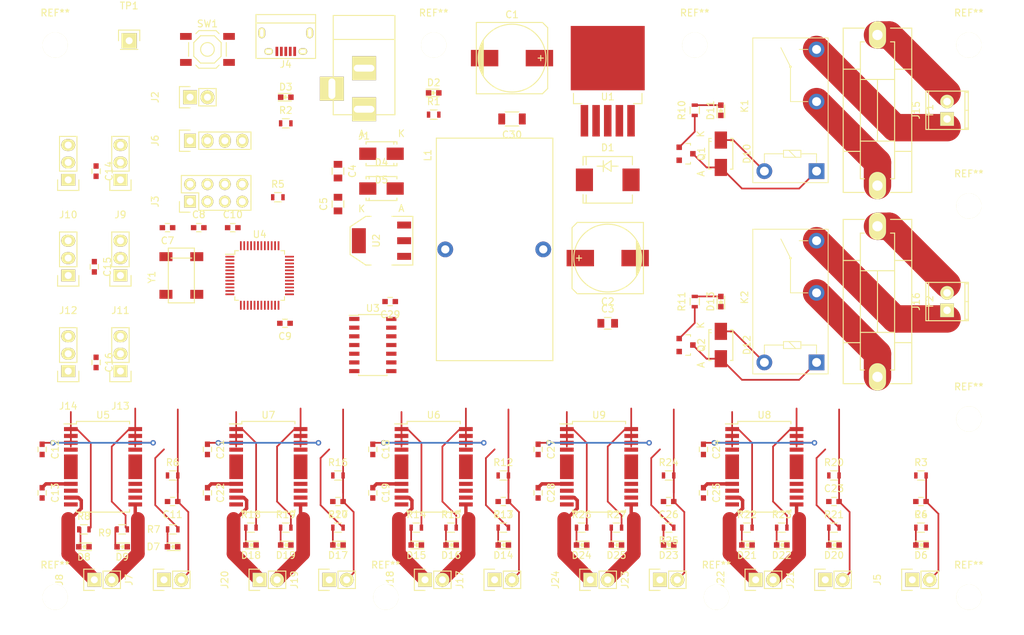
<source format=kicad_pcb>
(kicad_pcb (version 20171130) (host pcbnew 5.1.6)
  (layers (0 F.Cu signal) (31 B.Cu signal) (34 B.Paste user) (35 F.Paste user) (36 B.SilkS user) (37 F.SilkS user) (38 B.Mask user) (39 F.Mask user) (44 Edge.Cuts user))
  (net 0 "")
  (net 1 +5V)
  (net 2 GND)
  (net 3 "Net-(C4-Pad1)")
  (net 4 +3V3)
  (net 5 "Net-(D2-Pad2)")
  (net 6 "Net-(D3-Pad2)")
  (net 7 /VBUS_SENSE)
  (net 8 /USB_DM)
  (net 9 /USB_DP)
  (net 10 "Net-(J4-Pad4)")
  (net 11 /BUTTON)
  (net 12 +VDC)
  (net 13 "Net-(C6-Pad1)")
  (net 14 /OSC32_OUT)
  (net 15 /OSC32_IN)
  (net 16 "/Pot 1/INV_IN")
  (net 17 "Net-(C12-Pad1)")
  (net 18 VDC)
  (net 19 "Net-(C14-Pad1)")
  (net 20 "Net-(C15-Pad1)")
  (net 21 "Net-(C16-Pad1)")
  (net 22 "/Pot 2/INV_IN")
  (net 23 "Net-(C18-Pad1)")
  (net 24 "/Pot 3/INV_IN")
  (net 25 "Net-(C21-Pad1)")
  (net 26 "/Pot 4/INV_IN")
  (net 27 "Net-(C24-Pad1)")
  (net 28 "/Pot 5/INV_IN")
  (net 29 "Net-(C27-Pad1)")
  (net 30 "Net-(D1-Pad1)")
  (net 31 "Net-(D6-Pad2)")
  (net 32 "Net-(D7-Pad2)")
  (net 33 "Net-(D8-Pad2)")
  (net 34 "Net-(D9-Pad2)")
  (net 35 "Net-(D10-Pad2)")
  (net 36 "Net-(D11-Pad2)")
  (net 37 "Net-(D12-Pad2)")
  (net 38 "Net-(D13-Pad2)")
  (net 39 "Net-(D14-Pad2)")
  (net 40 "Net-(D15-Pad2)")
  (net 41 "Net-(D16-Pad2)")
  (net 42 "Net-(D17-Pad2)")
  (net 43 "Net-(D18-Pad2)")
  (net 44 "Net-(D19-Pad2)")
  (net 45 "Net-(D20-Pad2)")
  (net 46 "Net-(D21-Pad2)")
  (net 47 "Net-(D22-Pad2)")
  (net 48 "Net-(D23-Pad2)")
  (net 49 "Net-(D24-Pad2)")
  (net 50 "Net-(D25-Pad2)")
  (net 51 "Net-(F1-Pad1)")
  (net 52 "Net-(F1-Pad2)")
  (net 53 "Net-(F2-Pad1)")
  (net 54 "Net-(F2-Pad2)")
  (net 55 /ESP_RX)
  (net 56 /ESP_TX)
  (net 57 /ESP_RESET)
  (net 58 "Net-(J3-Pad5)")
  (net 59 "Net-(J3-Pad3)")
  (net 60 /SWDIO)
  (net 61 /SWCLK)
  (net 62 "Net-(J8-Pad2)")
  (net 63 "Net-(J8-Pad1)")
  (net 64 /GPIO1)
  (net 65 /GPIO2)
  (net 66 /GPIO3)
  (net 67 "Net-(J18-Pad2)")
  (net 68 "Net-(J18-Pad1)")
  (net 69 "Net-(J20-Pad2)")
  (net 70 "Net-(J20-Pad1)")
  (net 71 "Net-(J22-Pad2)")
  (net 72 "Net-(J22-Pad1)")
  (net 73 "Net-(J24-Pad2)")
  (net 74 "Net-(J24-Pad1)")
  (net 75 /WATER_ESTOP)
  (net 76 /P1W)
  (net 77 /P1A)
  (net 78 /P1B)
  (net 79 /RELAY1)
  (net 80 /RELAY2)
  (net 81 /P2W)
  (net 82 /P2A)
  (net 83 /P2B)
  (net 84 /P3W)
  (net 85 /P3A)
  (net 86 /P3B)
  (net 87 /P4W)
  (net 88 /P4A)
  (net 89 /P4B)
  (net 90 /P5W)
  (net 91 /P5A)
  (net 92 /P5B)
  (net 93 "Net-(U5-Pad11)")
  (net 94 "Net-(U6-Pad11)")
  (net 95 "Net-(U7-Pad11)")
  (net 96 "Net-(U8-Pad11)")
  (net 97 "Net-(U9-Pad11)")
  (net 98 "Net-(U4-Pad46)")
  (net 99 "Net-(U4-Pad45)")
  (net 100 "Net-(U4-Pad40)")
  (net 101 "Net-(U4-Pad39)")
  (net 102 "Net-(U4-Pad36)")
  (net 103 "Net-(U4-Pad35)")
  (net 104 "Net-(U4-Pad31)")
  (net 105 "Net-(U4-Pad30)")
  (net 106 "Net-(U4-Pad29)")
  (net 107 "Net-(U4-Pad28)")
  (net 108 "Net-(U4-Pad27)")
  (net 109 "Net-(U4-Pad26)")
  (net 110 "Net-(U4-Pad25)")
  (net 111 "Net-(U4-Pad22)")
  (net 112 "Net-(U4-Pad21)")
  (net 113 "Net-(U4-Pad20)")
  (net 114 "Net-(U4-Pad19)")
  (net 115 "Net-(U4-Pad18)")
  (net 116 "Net-(U4-Pad17)")
  (net 117 "Net-(U4-Pad16)")
  (net 118 "Net-(U4-Pad15)")
  (net 119 "Net-(U4-Pad14)")
  (net 120 "Net-(U4-Pad13)")
  (net 121 "Net-(U4-Pad12)")
  (net 122 "Net-(U4-Pad11)")
  (net 123 "Net-(U4-Pad10)")
  (net 124 "Net-(U4-Pad7)")
  (net 125 "Net-(U4-Pad6)")
  (net 126 "Net-(U4-Pad5)")
  (net 127 "Net-(U4-Pad2)")
  (net 128 "Net-(J15-Pad1)")
  (net 129 "Net-(J16-Pad1)")
  (module Mounting_Holes:MountingHole_3.7mm (layer F.Cu) (at 180.34 53.975)
    (fp_text reference REF** (at 0 -4.7) (layer F.SilkS))
    (fp_text value MountingHole_3.7mm)
    (pad 1 np_thru_hole circle (at 0 0) (size 3.7 3.7) (drill 3.7) (layers *.Cu *.Mask F.SilkS))
  )
  (module Mounting_Holes:MountingHole_3.7mm (layer F.Cu) (at 220.345 108.585)
    (fp_text reference REF** (at 0 -4.7) (layer F.SilkS))
    (fp_text value MountingHole_3.7mm)
    (pad 1 np_thru_hole circle (at 0 0) (size 3.7 3.7) (drill 3.7) (layers *.Cu *.Mask F.SilkS))
  )
  (module Capacitors_SMD:C_0805 (layer F.Cu) (at 128.27 77.2 90)
    (fp_text reference C5 (at 0 -2.1 90) (layer F.SilkS))
    (fp_text value 2u2)
    (pad 2 smd rect (at 1 0 90) (size 1 1.25) (layers F.Cu F.Paste F.Mask) (net 2 GND))
    (pad 1 smd rect (at -1 0 90) (size 1 1.25) (layers F.Cu F.Paste F.Mask) (net 4 +3V3))
  )
  (module Capacitors_SMD:C_0805 (layer F.Cu) (at 167.64 94.615)
    (fp_text reference C3 (at 0 -2.1) (layer F.SilkS))
    (fp_text value 2u2)
    (pad 2 smd rect (at 1 0) (size 1 1.25) (layers F.Cu F.Paste F.Mask) (net 2 GND))
    (pad 1 smd rect (at -1 0) (size 1 1.25) (layers F.Cu F.Paste F.Mask) (net 1 +5V))
  )
  (module Capacitors_SMD:C_0805 (layer F.Cu) (at 128.27 72.39 270)
    (fp_text reference C4 (at 0 -2.1 90) (layer F.SilkS))
    (fp_text value 2u2)
    (pad 2 smd rect (at 1 0 270) (size 1 1.25) (layers F.Cu F.Paste F.Mask) (net 2 GND))
    (pad 1 smd rect (at -1 0 270) (size 1 1.25) (layers F.Cu F.Paste F.Mask) (net 3 "Net-(C4-Pad1)"))
  )
  (module Mounting_Holes:MountingHole_3.7mm (layer F.Cu) (at 220.345 77.47)
    (fp_text reference REF** (at 0 -4.7) (layer F.SilkS))
    (fp_text value MountingHole_3.7mm)
    (pad 1 np_thru_hole circle (at 0 0) (size 3.7 3.7) (drill 3.7) (layers *.Cu *.Mask F.SilkS))
  )
  (module Mounting_Holes:MountingHole_3.7mm (layer F.Cu) (at 183.515 134.62)
    (fp_text reference REF** (at 0 -4.7) (layer F.SilkS))
    (fp_text value MountingHole_3.7mm)
    (pad 1 np_thru_hole circle (at 0 0) (size 3.7 3.7) (drill 3.7) (layers *.Cu *.Mask F.SilkS))
  )
  (module Capacitors_SMD:C_0603 (layer F.Cu) (at 133.35 119.38 270)
    (fp_text reference C19 (at 0 -1.9 90) (layer F.SilkS))
    (fp_text value 100N)
    (pad 2 smd rect (at 0.75 0 270) (size 0.8 0.75) (layers F.Cu F.Paste F.Mask) (net 2 GND))
    (pad 1 smd rect (at -0.75 0 270) (size 0.8 0.75) (layers F.Cu F.Paste F.Mask) (net 18 VDC))
  )
  (module Capacitors_SMD:C_0603 (layer F.Cu) (at 109.22 113.03 270)
    (fp_text reference C21 (at 0 -1.9 90) (layer F.SilkS))
    (fp_text value 100N)
    (pad 2 smd rect (at 0.75 0 270) (size 0.8 0.75) (layers F.Cu F.Paste F.Mask) (net 2 GND))
    (pad 1 smd rect (at -0.75 0 270) (size 0.8 0.75) (layers F.Cu F.Paste F.Mask) (net 25 "Net-(C21-Pad1)"))
  )
  (module Mounting_Holes:MountingHole_3.7mm (layer F.Cu) (at 220.345 134.62)
    (fp_text reference REF** (at 0 -4.7) (layer F.SilkS))
    (fp_text value MountingHole_3.7mm)
    (pad 1 np_thru_hole circle (at 0 0) (size 3.7 3.7) (drill 3.7) (layers *.Cu *.Mask F.SilkS))
  )
  (module Mounting_Holes:MountingHole_3.7mm (layer F.Cu) (at 135.255 134.62)
    (fp_text reference REF** (at 0 -4.7) (layer F.SilkS))
    (fp_text value MountingHole_3.7mm)
    (pad 1 np_thru_hole circle (at 0 0) (size 3.7 3.7) (drill 3.7) (layers *.Cu *.Mask F.SilkS))
  )
  (module Mounting_Holes:MountingHole_3.7mm (layer F.Cu) (at 86.995 134.62)
    (fp_text reference REF** (at 0 -4.7) (layer F.SilkS))
    (fp_text value MountingHole_3.7mm)
    (pad 1 np_thru_hole circle (at 0 0) (size 3.7 3.7) (drill 3.7) (layers *.Cu *.Mask F.SilkS))
  )
  (module Mounting_Holes:MountingHole_3.7mm (layer F.Cu) (at 142.24 53.975)
    (fp_text reference REF** (at 0 -4.7) (layer F.SilkS))
    (fp_text value MountingHole_3.7mm)
    (pad 1 np_thru_hole circle (at 0 0) (size 3.7 3.7) (drill 3.7) (layers *.Cu *.Mask F.SilkS))
  )
  (module Mounting_Holes:MountingHole_3.7mm (layer F.Cu) (at 220.345 53.975)
    (fp_text reference REF** (at 0 -4.7) (layer F.SilkS))
    (fp_text value MountingHole_3.7mm)
    (pad 1 np_thru_hole circle (at 0 0) (size 3.7 3.7) (drill 3.7) (layers *.Cu *.Mask F.SilkS))
  )
  (module Mounting_Holes:MountingHole_3.7mm (layer F.Cu) (at 86.995 53.975)
    (fp_text reference REF** (at 0 -4.7) (layer F.SilkS))
    (fp_text value MountingHole_3.7mm)
    (pad 1 np_thru_hole circle (at 0 0) (size 3.7 3.7) (drill 3.7) (layers *.Cu *.Mask F.SilkS))
  )
  (module TO_SOT_Packages_SMD:SOT-223 (layer F.Cu) (at 134.62 82.55 90)
    (fp_text reference U2 (at 0 -0.762 90) (layer F.SilkS))
    (fp_text value NCP1117-3.3_SOT223)
    (pad 1 smd rect (at -2.286 3.302 90) (size 1.016 2.032) (layers F.Cu F.Paste F.Mask) (net 2 GND))
    (pad 3 smd rect (at 2.286 3.302 90) (size 1.016 2.032) (layers F.Cu F.Paste F.Mask) (net 3 "Net-(C4-Pad1)"))
    (pad 2 smd rect (at 0 3.302 90) (size 1.016 2.032) (layers F.Cu F.Paste F.Mask) (net 4 +3V3))
    (pad 2 smd rect (at 0 -3.302 90) (size 3.6576 2.032) (layers F.Cu F.Paste F.Mask) (net 4 +3V3))
  )
  (module flowerpower:SOJ-4 (layer F.Cu) (at 105.41 87.63 270)
    (fp_text reference Y1 (at 0.254 4.318 90) (layer F.SilkS))
    (fp_text value 32.768K)
    (pad 1 smd rect (at -2.75 2.25 270) (size 1.3 1.9) (layers F.Cu F.Paste F.Mask) (net 14 /OSC32_OUT))
    (pad 3 smd rect (at 2.75 2.25 270) (size 1.3 1.9) (layers F.Cu F.Paste F.Mask))
    (pad 4 smd rect (at 2.75 -2.25 270) (size 1.3 1.9) (layers F.Cu F.Paste F.Mask))
    (pad 2 smd rect (at -2.75 -2.25 270) (size 1.3 1.9) (layers F.Cu F.Paste F.Mask) (net 15 /OSC32_IN))
  )
  (module flowerpower:16-hsop-fins (layer F.Cu) (at 166.37 115.57 270)
    (fp_text reference U9 (at -7.55 0) (layer F.SilkS))
    (fp_text value TB6559)
    (pad 16 smd rect (at -5.5 -4.7) (size 2 0.6) (layers F.Cu F.Paste F.Mask) (net 92 /P5B))
    (pad 15 smd rect (at -4.5 -4.7) (size 2 0.6) (layers F.Cu F.Paste F.Mask) (net 29 "Net-(C27-Pad1)"))
    (pad 14 smd rect (at -3.5 -4.7) (size 2 0.6) (layers F.Cu F.Paste F.Mask) (net 29 "Net-(C27-Pad1)"))
    (pad 13 smd rect (at -2.5 -4.7) (size 2 0.6) (layers F.Cu F.Paste F.Mask) (net 2 GND))
    (pad 8 smd rect (at 5.5 4.7) (size 2 0.6) (layers F.Cu F.Paste F.Mask) (net 2 GND))
    (pad 7 smd rect (at 4.5 4.7) (size 2 0.6) (layers F.Cu F.Paste F.Mask) (net 74 "Net-(J24-Pad1)"))
    (pad 6 smd rect (at 3.5 4.7) (size 2 0.6) (layers F.Cu F.Paste F.Mask))
    (pad 5 smd rect (at 2.5 4.7) (size 2 0.6) (layers F.Cu F.Paste F.Mask) (net 18 VDC))
    (pad 4 smd rect (at -2.5 4.7) (size 2 0.6) (layers F.Cu F.Paste F.Mask) (net 2 GND))
    (pad 3 smd rect (at -3.5 4.7) (size 2 0.6) (layers F.Cu F.Paste F.Mask) (net 29 "Net-(C27-Pad1)"))
    (pad 2 smd rect (at -4.5 4.7) (size 2 0.6) (layers F.Cu F.Paste F.Mask) (net 29 "Net-(C27-Pad1)"))
    (pad 1 smd rect (at -5.5 4.7) (size 2 0.6) (layers F.Cu F.Paste F.Mask) (net 91 /P5A))
    (pad 10 smd rect (at 4.5 -4.7) (size 2 0.6) (layers F.Cu F.Paste F.Mask) (net 2 GND))
    (pad 12 smd rect (at 2.5 -4.7) (size 2 0.6) (layers F.Cu F.Paste F.Mask) (net 2 GND))
    (pad 11 smd rect (at 3.5 -4.7) (size 2 0.6) (layers F.Cu F.Paste F.Mask) (net 97 "Net-(U9-Pad11)"))
    (pad 9 smd rect (at 5.5 -4.7) (size 2 0.6) (layers F.Cu F.Paste F.Mask) (net 73 "Net-(J24-Pad2)"))
    (pad FIN smd rect (at 0 4.7) (size 2 3.6) (layers F.Cu F.Paste F.Mask) (net 2 GND))
    (pad FIN smd rect (at 0 -4.7) (size 2 3.6) (layers F.Cu F.Paste F.Mask) (net 2 GND))
  )
  (module flowerpower:16-hsop-fins (layer F.Cu) (at 190.5 115.57 270)
    (fp_text reference U8 (at -7.55 0) (layer F.SilkS))
    (fp_text value TB6559)
    (pad 16 smd rect (at -5.5 -4.7) (size 2 0.6) (layers F.Cu F.Paste F.Mask) (net 89 /P4B))
    (pad 15 smd rect (at -4.5 -4.7) (size 2 0.6) (layers F.Cu F.Paste F.Mask) (net 27 "Net-(C24-Pad1)"))
    (pad 14 smd rect (at -3.5 -4.7) (size 2 0.6) (layers F.Cu F.Paste F.Mask) (net 27 "Net-(C24-Pad1)"))
    (pad 13 smd rect (at -2.5 -4.7) (size 2 0.6) (layers F.Cu F.Paste F.Mask) (net 2 GND))
    (pad 8 smd rect (at 5.5 4.7) (size 2 0.6) (layers F.Cu F.Paste F.Mask) (net 2 GND))
    (pad 7 smd rect (at 4.5 4.7) (size 2 0.6) (layers F.Cu F.Paste F.Mask) (net 72 "Net-(J22-Pad1)"))
    (pad 6 smd rect (at 3.5 4.7) (size 2 0.6) (layers F.Cu F.Paste F.Mask))
    (pad 5 smd rect (at 2.5 4.7) (size 2 0.6) (layers F.Cu F.Paste F.Mask) (net 18 VDC))
    (pad 4 smd rect (at -2.5 4.7) (size 2 0.6) (layers F.Cu F.Paste F.Mask) (net 2 GND))
    (pad 3 smd rect (at -3.5 4.7) (size 2 0.6) (layers F.Cu F.Paste F.Mask) (net 27 "Net-(C24-Pad1)"))
    (pad 2 smd rect (at -4.5 4.7) (size 2 0.6) (layers F.Cu F.Paste F.Mask) (net 27 "Net-(C24-Pad1)"))
    (pad 1 smd rect (at -5.5 4.7) (size 2 0.6) (layers F.Cu F.Paste F.Mask) (net 88 /P4A))
    (pad 10 smd rect (at 4.5 -4.7) (size 2 0.6) (layers F.Cu F.Paste F.Mask) (net 2 GND))
    (pad 12 smd rect (at 2.5 -4.7) (size 2 0.6) (layers F.Cu F.Paste F.Mask) (net 2 GND))
    (pad 11 smd rect (at 3.5 -4.7) (size 2 0.6) (layers F.Cu F.Paste F.Mask) (net 96 "Net-(U8-Pad11)"))
    (pad 9 smd rect (at 5.5 -4.7) (size 2 0.6) (layers F.Cu F.Paste F.Mask) (net 71 "Net-(J22-Pad2)"))
    (pad FIN smd rect (at 0 4.7) (size 2 3.6) (layers F.Cu F.Paste F.Mask) (net 2 GND))
    (pad FIN smd rect (at 0 -4.7) (size 2 3.6) (layers F.Cu F.Paste F.Mask) (net 2 GND))
  )
  (module flowerpower:16-hsop-fins (layer F.Cu) (at 118.11 115.57 270)
    (fp_text reference U7 (at -7.55 0) (layer F.SilkS))
    (fp_text value TB6559)
    (pad 16 smd rect (at -5.5 -4.7) (size 2 0.6) (layers F.Cu F.Paste F.Mask) (net 86 /P3B))
    (pad 15 smd rect (at -4.5 -4.7) (size 2 0.6) (layers F.Cu F.Paste F.Mask) (net 25 "Net-(C21-Pad1)"))
    (pad 14 smd rect (at -3.5 -4.7) (size 2 0.6) (layers F.Cu F.Paste F.Mask) (net 25 "Net-(C21-Pad1)"))
    (pad 13 smd rect (at -2.5 -4.7) (size 2 0.6) (layers F.Cu F.Paste F.Mask) (net 2 GND))
    (pad 8 smd rect (at 5.5 4.7) (size 2 0.6) (layers F.Cu F.Paste F.Mask) (net 2 GND))
    (pad 7 smd rect (at 4.5 4.7) (size 2 0.6) (layers F.Cu F.Paste F.Mask) (net 70 "Net-(J20-Pad1)"))
    (pad 6 smd rect (at 3.5 4.7) (size 2 0.6) (layers F.Cu F.Paste F.Mask))
    (pad 5 smd rect (at 2.5 4.7) (size 2 0.6) (layers F.Cu F.Paste F.Mask) (net 18 VDC))
    (pad 4 smd rect (at -2.5 4.7) (size 2 0.6) (layers F.Cu F.Paste F.Mask) (net 2 GND))
    (pad 3 smd rect (at -3.5 4.7) (size 2 0.6) (layers F.Cu F.Paste F.Mask) (net 25 "Net-(C21-Pad1)"))
    (pad 2 smd rect (at -4.5 4.7) (size 2 0.6) (layers F.Cu F.Paste F.Mask) (net 25 "Net-(C21-Pad1)"))
    (pad 1 smd rect (at -5.5 4.7) (size 2 0.6) (layers F.Cu F.Paste F.Mask) (net 85 /P3A))
    (pad 10 smd rect (at 4.5 -4.7) (size 2 0.6) (layers F.Cu F.Paste F.Mask) (net 2 GND))
    (pad 12 smd rect (at 2.5 -4.7) (size 2 0.6) (layers F.Cu F.Paste F.Mask) (net 2 GND))
    (pad 11 smd rect (at 3.5 -4.7) (size 2 0.6) (layers F.Cu F.Paste F.Mask) (net 95 "Net-(U7-Pad11)"))
    (pad 9 smd rect (at 5.5 -4.7) (size 2 0.6) (layers F.Cu F.Paste F.Mask) (net 69 "Net-(J20-Pad2)"))
    (pad FIN smd rect (at 0 4.7) (size 2 3.6) (layers F.Cu F.Paste F.Mask) (net 2 GND))
    (pad FIN smd rect (at 0 -4.7) (size 2 3.6) (layers F.Cu F.Paste F.Mask) (net 2 GND))
  )
  (module flowerpower:16-hsop-fins (layer F.Cu) (at 142.24 115.57 270)
    (fp_text reference U6 (at -7.55 0) (layer F.SilkS))
    (fp_text value TB6559)
    (pad 16 smd rect (at -5.5 -4.7) (size 2 0.6) (layers F.Cu F.Paste F.Mask) (net 83 /P2B))
    (pad 15 smd rect (at -4.5 -4.7) (size 2 0.6) (layers F.Cu F.Paste F.Mask) (net 23 "Net-(C18-Pad1)"))
    (pad 14 smd rect (at -3.5 -4.7) (size 2 0.6) (layers F.Cu F.Paste F.Mask) (net 23 "Net-(C18-Pad1)"))
    (pad 13 smd rect (at -2.5 -4.7) (size 2 0.6) (layers F.Cu F.Paste F.Mask) (net 2 GND))
    (pad 8 smd rect (at 5.5 4.7) (size 2 0.6) (layers F.Cu F.Paste F.Mask) (net 2 GND))
    (pad 7 smd rect (at 4.5 4.7) (size 2 0.6) (layers F.Cu F.Paste F.Mask) (net 68 "Net-(J18-Pad1)"))
    (pad 6 smd rect (at 3.5 4.7) (size 2 0.6) (layers F.Cu F.Paste F.Mask))
    (pad 5 smd rect (at 2.5 4.7) (size 2 0.6) (layers F.Cu F.Paste F.Mask) (net 18 VDC))
    (pad 4 smd rect (at -2.5 4.7) (size 2 0.6) (layers F.Cu F.Paste F.Mask) (net 2 GND))
    (pad 3 smd rect (at -3.5 4.7) (size 2 0.6) (layers F.Cu F.Paste F.Mask) (net 23 "Net-(C18-Pad1)"))
    (pad 2 smd rect (at -4.5 4.7) (size 2 0.6) (layers F.Cu F.Paste F.Mask) (net 23 "Net-(C18-Pad1)"))
    (pad 1 smd rect (at -5.5 4.7) (size 2 0.6) (layers F.Cu F.Paste F.Mask) (net 82 /P2A))
    (pad 10 smd rect (at 4.5 -4.7) (size 2 0.6) (layers F.Cu F.Paste F.Mask) (net 2 GND))
    (pad 12 smd rect (at 2.5 -4.7) (size 2 0.6) (layers F.Cu F.Paste F.Mask) (net 2 GND))
    (pad 11 smd rect (at 3.5 -4.7) (size 2 0.6) (layers F.Cu F.Paste F.Mask) (net 94 "Net-(U6-Pad11)"))
    (pad 9 smd rect (at 5.5 -4.7) (size 2 0.6) (layers F.Cu F.Paste F.Mask) (net 67 "Net-(J18-Pad2)"))
    (pad FIN smd rect (at 0 4.7) (size 2 3.6) (layers F.Cu F.Paste F.Mask) (net 2 GND))
    (pad FIN smd rect (at 0 -4.7) (size 2 3.6) (layers F.Cu F.Paste F.Mask) (net 2 GND))
  )
  (module flowerpower:16-hsop-fins (layer F.Cu) (at 93.98 115.57 270)
    (fp_text reference U5 (at -7.55 0) (layer F.SilkS))
    (fp_text value TB6559)
    (pad 16 smd rect (at -5.5 -4.7) (size 2 0.6) (layers F.Cu F.Paste F.Mask) (net 78 /P1B))
    (pad 15 smd rect (at -4.5 -4.7) (size 2 0.6) (layers F.Cu F.Paste F.Mask) (net 17 "Net-(C12-Pad1)"))
    (pad 14 smd rect (at -3.5 -4.7) (size 2 0.6) (layers F.Cu F.Paste F.Mask) (net 17 "Net-(C12-Pad1)"))
    (pad 13 smd rect (at -2.5 -4.7) (size 2 0.6) (layers F.Cu F.Paste F.Mask) (net 2 GND))
    (pad 8 smd rect (at 5.5 4.7) (size 2 0.6) (layers F.Cu F.Paste F.Mask) (net 2 GND))
    (pad 7 smd rect (at 4.5 4.7) (size 2 0.6) (layers F.Cu F.Paste F.Mask) (net 63 "Net-(J8-Pad1)"))
    (pad 6 smd rect (at 3.5 4.7) (size 2 0.6) (layers F.Cu F.Paste F.Mask))
    (pad 5 smd rect (at 2.5 4.7) (size 2 0.6) (layers F.Cu F.Paste F.Mask) (net 18 VDC))
    (pad 4 smd rect (at -2.5 4.7) (size 2 0.6) (layers F.Cu F.Paste F.Mask) (net 2 GND))
    (pad 3 smd rect (at -3.5 4.7) (size 2 0.6) (layers F.Cu F.Paste F.Mask) (net 17 "Net-(C12-Pad1)"))
    (pad 2 smd rect (at -4.5 4.7) (size 2 0.6) (layers F.Cu F.Paste F.Mask) (net 17 "Net-(C12-Pad1)"))
    (pad 1 smd rect (at -5.5 4.7) (size 2 0.6) (layers F.Cu F.Paste F.Mask) (net 77 /P1A))
    (pad 10 smd rect (at 4.5 -4.7) (size 2 0.6) (layers F.Cu F.Paste F.Mask) (net 2 GND))
    (pad 12 smd rect (at 2.5 -4.7) (size 2 0.6) (layers F.Cu F.Paste F.Mask) (net 2 GND))
    (pad 11 smd rect (at 3.5 -4.7) (size 2 0.6) (layers F.Cu F.Paste F.Mask) (net 93 "Net-(U5-Pad11)"))
    (pad 9 smd rect (at 5.5 -4.7) (size 2 0.6) (layers F.Cu F.Paste F.Mask) (net 62 "Net-(J8-Pad2)"))
    (pad FIN smd rect (at 0 4.7) (size 2 3.6) (layers F.Cu F.Paste F.Mask) (net 2 GND))
    (pad FIN smd rect (at 0 -4.7) (size 2 3.6) (layers F.Cu F.Paste F.Mask) (net 2 GND))
  )
  (module Housings_QFP:LQFP-48_7x7mm_Pitch0.5mm (layer F.Cu) (at 116.84 87.63)
    (fp_text reference U4 (at 0 -6) (layer F.SilkS))
    (fp_text value STM32F051C6Tx)
    (pad 48 smd rect (at -2.75 -4.35 90) (size 1.3 0.25) (layers F.Cu F.Paste F.Mask) (net 4 +3V3))
    (pad 47 smd rect (at -2.25 -4.35 90) (size 1.3 0.25) (layers F.Cu F.Paste F.Mask) (net 2 GND))
    (pad 46 smd rect (at -1.75 -4.35 90) (size 1.3 0.25) (layers F.Cu F.Paste F.Mask) (net 98 "Net-(U4-Pad46)"))
    (pad 45 smd rect (at -1.25 -4.35 90) (size 1.3 0.25) (layers F.Cu F.Paste F.Mask) (net 99 "Net-(U4-Pad45)"))
    (pad 44 smd rect (at -0.75 -4.35 90) (size 1.3 0.25) (layers F.Cu F.Paste F.Mask) (net 11 /BUTTON))
    (pad 43 smd rect (at -0.25 -4.35 90) (size 1.3 0.25) (layers F.Cu F.Paste F.Mask) (net 56 /ESP_TX))
    (pad 42 smd rect (at 0.25 -4.35 90) (size 1.3 0.25) (layers F.Cu F.Paste F.Mask) (net 55 /ESP_RX))
    (pad 41 smd rect (at 0.75 -4.35 90) (size 1.3 0.25) (layers F.Cu F.Paste F.Mask) (net 57 /ESP_RESET))
    (pad 40 smd rect (at 1.25 -4.35 90) (size 1.3 0.25) (layers F.Cu F.Paste F.Mask) (net 100 "Net-(U4-Pad40)"))
    (pad 39 smd rect (at 1.75 -4.35 90) (size 1.3 0.25) (layers F.Cu F.Paste F.Mask) (net 101 "Net-(U4-Pad39)"))
    (pad 38 smd rect (at 2.25 -4.35 90) (size 1.3 0.25) (layers F.Cu F.Paste F.Mask) (net 7 /VBUS_SENSE))
    (pad 37 smd rect (at 2.75 -4.35 90) (size 1.3 0.25) (layers F.Cu F.Paste F.Mask) (net 61 /SWCLK))
    (pad 36 smd rect (at 4.35 -2.75) (size 1.3 0.25) (layers F.Cu F.Paste F.Mask) (net 102 "Net-(U4-Pad36)"))
    (pad 35 smd rect (at 4.35 -2.25) (size 1.3 0.25) (layers F.Cu F.Paste F.Mask) (net 103 "Net-(U4-Pad35)"))
    (pad 34 smd rect (at 4.35 -1.75) (size 1.3 0.25) (layers F.Cu F.Paste F.Mask) (net 60 /SWDIO))
    (pad 33 smd rect (at 4.35 -1.25) (size 1.3 0.25) (layers F.Cu F.Paste F.Mask) (net 9 /USB_DP))
    (pad 32 smd rect (at 4.35 -0.75) (size 1.3 0.25) (layers F.Cu F.Paste F.Mask) (net 8 /USB_DM))
    (pad 31 smd rect (at 4.35 -0.25) (size 1.3 0.25) (layers F.Cu F.Paste F.Mask) (net 104 "Net-(U4-Pad31)"))
    (pad 30 smd rect (at 4.35 0.25) (size 1.3 0.25) (layers F.Cu F.Paste F.Mask) (net 105 "Net-(U4-Pad30)"))
    (pad 29 smd rect (at 4.35 0.75) (size 1.3 0.25) (layers F.Cu F.Paste F.Mask) (net 106 "Net-(U4-Pad29)"))
    (pad 28 smd rect (at 4.35 1.25) (size 1.3 0.25) (layers F.Cu F.Paste F.Mask) (net 107 "Net-(U4-Pad28)"))
    (pad 27 smd rect (at 4.35 1.75) (size 1.3 0.25) (layers F.Cu F.Paste F.Mask) (net 108 "Net-(U4-Pad27)"))
    (pad 26 smd rect (at 4.35 2.25) (size 1.3 0.25) (layers F.Cu F.Paste F.Mask) (net 109 "Net-(U4-Pad26)"))
    (pad 25 smd rect (at 4.35 2.75) (size 1.3 0.25) (layers F.Cu F.Paste F.Mask) (net 110 "Net-(U4-Pad25)"))
    (pad 24 smd rect (at 2.75 4.35 90) (size 1.3 0.25) (layers F.Cu F.Paste F.Mask) (net 4 +3V3))
    (pad 23 smd rect (at 2.25 4.35 90) (size 1.3 0.25) (layers F.Cu F.Paste F.Mask) (net 2 GND))
    (pad 22 smd rect (at 1.75 4.35 90) (size 1.3 0.25) (layers F.Cu F.Paste F.Mask) (net 111 "Net-(U4-Pad22)"))
    (pad 21 smd rect (at 1.25 4.35 90) (size 1.3 0.25) (layers F.Cu F.Paste F.Mask) (net 112 "Net-(U4-Pad21)"))
    (pad 20 smd rect (at 0.75 4.35 90) (size 1.3 0.25) (layers F.Cu F.Paste F.Mask) (net 113 "Net-(U4-Pad20)"))
    (pad 19 smd rect (at 0.25 4.35 90) (size 1.3 0.25) (layers F.Cu F.Paste F.Mask) (net 114 "Net-(U4-Pad19)"))
    (pad 18 smd rect (at -0.25 4.35 90) (size 1.3 0.25) (layers F.Cu F.Paste F.Mask) (net 115 "Net-(U4-Pad18)"))
    (pad 17 smd rect (at -0.75 4.35 90) (size 1.3 0.25) (layers F.Cu F.Paste F.Mask) (net 116 "Net-(U4-Pad17)"))
    (pad 16 smd rect (at -1.25 4.35 90) (size 1.3 0.25) (layers F.Cu F.Paste F.Mask) (net 117 "Net-(U4-Pad16)"))
    (pad 15 smd rect (at -1.75 4.35 90) (size 1.3 0.25) (layers F.Cu F.Paste F.Mask) (net 118 "Net-(U4-Pad15)"))
    (pad 14 smd rect (at -2.25 4.35 90) (size 1.3 0.25) (layers F.Cu F.Paste F.Mask) (net 119 "Net-(U4-Pad14)"))
    (pad 13 smd rect (at -2.75 4.35 90) (size 1.3 0.25) (layers F.Cu F.Paste F.Mask) (net 120 "Net-(U4-Pad13)"))
    (pad 12 smd rect (at -4.35 2.75) (size 1.3 0.25) (layers F.Cu F.Paste F.Mask) (net 121 "Net-(U4-Pad12)"))
    (pad 11 smd rect (at -4.35 2.25) (size 1.3 0.25) (layers F.Cu F.Paste F.Mask) (net 122 "Net-(U4-Pad11)"))
    (pad 10 smd rect (at -4.35 1.75) (size 1.3 0.25) (layers F.Cu F.Paste F.Mask) (net 123 "Net-(U4-Pad10)"))
    (pad 9 smd rect (at -4.35 1.25) (size 1.3 0.25) (layers F.Cu F.Paste F.Mask) (net 4 +3V3))
    (pad 8 smd rect (at -4.35 0.75) (size 1.3 0.25) (layers F.Cu F.Paste F.Mask) (net 2 GND))
    (pad 7 smd rect (at -4.35 0.25) (size 1.3 0.25) (layers F.Cu F.Paste F.Mask) (net 124 "Net-(U4-Pad7)"))
    (pad 6 smd rect (at -4.35 -0.25) (size 1.3 0.25) (layers F.Cu F.Paste F.Mask) (net 125 "Net-(U4-Pad6)"))
    (pad 5 smd rect (at -4.35 -0.75) (size 1.3 0.25) (layers F.Cu F.Paste F.Mask) (net 126 "Net-(U4-Pad5)"))
    (pad 4 smd rect (at -4.35 -1.25) (size 1.3 0.25) (layers F.Cu F.Paste F.Mask) (net 14 /OSC32_OUT))
    (pad 3 smd rect (at -4.35 -1.75) (size 1.3 0.25) (layers F.Cu F.Paste F.Mask) (net 15 /OSC32_IN))
    (pad 2 smd rect (at -4.35 -2.25) (size 1.3 0.25) (layers F.Cu F.Paste F.Mask) (net 127 "Net-(U4-Pad2)"))
    (pad 1 smd rect (at -4.35 -2.75) (size 1.3 0.25) (layers F.Cu F.Paste F.Mask) (net 4 +3V3))
  )
  (module Housings_SOIC:SOIC-14_3.9x8.7mm_Pitch1.27mm (layer F.Cu) (at 133.35 97.79)
    (fp_text reference U3 (at 0 -5.375) (layer F.SilkS))
    (fp_text value 74HC14)
    (pad 14 smd rect (at 2.7 -3.81) (size 1.5 0.6) (layers F.Cu F.Paste F.Mask) (net 4 +3V3))
    (pad 13 smd rect (at 2.7 -2.54) (size 1.5 0.6) (layers F.Cu F.Paste F.Mask) (net 28 "/Pot 5/INV_IN"))
    (pad 12 smd rect (at 2.7 -1.27) (size 1.5 0.6) (layers F.Cu F.Paste F.Mask) (net 90 /P5W))
    (pad 11 smd rect (at 2.7 0) (size 1.5 0.6) (layers F.Cu F.Paste F.Mask) (net 26 "/Pot 4/INV_IN"))
    (pad 10 smd rect (at 2.7 1.27) (size 1.5 0.6) (layers F.Cu F.Paste F.Mask) (net 87 /P4W))
    (pad 9 smd rect (at 2.7 2.54) (size 1.5 0.6) (layers F.Cu F.Paste F.Mask) (net 24 "/Pot 3/INV_IN"))
    (pad 8 smd rect (at 2.7 3.81) (size 1.5 0.6) (layers F.Cu F.Paste F.Mask) (net 84 /P3W))
    (pad 7 smd rect (at -2.7 3.81) (size 1.5 0.6) (layers F.Cu F.Paste F.Mask) (net 2 GND))
    (pad 6 smd rect (at -2.7 2.54) (size 1.5 0.6) (layers F.Cu F.Paste F.Mask) (net 81 /P2W))
    (pad 5 smd rect (at -2.7 1.27) (size 1.5 0.6) (layers F.Cu F.Paste F.Mask) (net 22 "/Pot 2/INV_IN"))
    (pad 4 smd rect (at -2.7 0) (size 1.5 0.6) (layers F.Cu F.Paste F.Mask) (net 76 /P1W))
    (pad 3 smd rect (at -2.7 -1.27) (size 1.5 0.6) (layers F.Cu F.Paste F.Mask) (net 16 "/Pot 1/INV_IN"))
    (pad 2 smd rect (at -2.7 -2.54) (size 1.5 0.6) (layers F.Cu F.Paste F.Mask) (net 75 /WATER_ESTOP))
    (pad 1 smd rect (at -2.7 -3.81) (size 1.5 0.6) (layers F.Cu F.Paste F.Mask) (net 13 "Net-(C6-Pad1)"))
  )
  (module TO_SOT_Packages_SMD:TO-263-5Lead (layer F.Cu) (at 167.64 65.03 90)
    (fp_text reference U1 (at 3.5 0) (layer F.SilkS))
    (fp_text value LM2576HVS-5)
    (pad 1 smd rect (at 0 -3.4 90) (size 4.6 1.1) (layers F.Cu F.Paste F.Mask) (net 12 +VDC))
    (pad 3 smd rect (at 0 0 90) (size 4.6 1.1) (layers F.Cu F.Paste F.Mask) (net 2 GND))
    (pad 3 smd rect (at 9.15 0 90) (size 9.4 10.8) (layers F.Cu F.Paste F.Mask) (net 2 GND))
    (pad 2 smd rect (at 0 -1.7 90) (size 4.6 1.1) (layers F.Cu F.Paste F.Mask) (net 30 "Net-(D1-Pad1)"))
    (pad 4 smd rect (at 0 1.7 90) (size 4.6 1.1) (layers F.Cu F.Paste F.Mask) (net 1 +5V))
    (pad 5 smd rect (at 0 3.4 90) (size 4.6 1.1) (layers F.Cu F.Paste F.Mask) (net 2 GND))
  )
  (module Pin_Headers:Pin_Header_Straight_1x01 (layer F.Cu) (at 97.79 53.34)
    (fp_text reference TP1 (at 0 -5.1) (layer F.SilkS))
    (fp_text value TestPoint)
    (pad 1 thru_hole rect (at 0 0) (size 2.2352 2.2352) (drill 1.016) (layers *.Cu *.Mask F.SilkS) (net 2 GND))
  )
  (module Buttons_Switches_SMD:SW_SPST_TL3342 (layer F.Cu) (at 109.22 54.61)
    (fp_text reference SW1 (at 0 -3.75) (layer F.SilkS))
    (fp_text value BOOT)
    (pad 2 smd rect (at 3.15 1.9) (size 1.7 1) (layers F.Cu F.Paste F.Mask) (net 11 /BUTTON))
    (pad 2 smd rect (at -3.15 1.9) (size 1.7 1) (layers F.Cu F.Paste F.Mask) (net 11 /BUTTON))
    (pad 1 smd rect (at 3.15 -1.9) (size 1.7 1) (layers F.Cu F.Paste F.Mask) (net 4 +3V3))
    (pad 1 smd rect (at -3.15 -1.9) (size 1.7 1) (layers F.Cu F.Paste F.Mask) (net 4 +3V3))
  )
  (module Resistors_SMD:R_0603 (layer F.Cu) (at 168.91 124.46)
    (fp_text reference R27 (at 0 -1.9) (layer F.SilkS))
    (fp_text value 680R)
    (pad 2 smd rect (at 0.75 0) (size 0.5 0.9) (layers F.Cu F.Paste F.Mask) (net 92 /P5B))
    (pad 1 smd rect (at -0.75 0) (size 0.5 0.9) (layers F.Cu F.Paste F.Mask) (net 50 "Net-(D25-Pad2)"))
  )
  (module Resistors_SMD:R_0603 (layer F.Cu) (at 163.83 124.46)
    (fp_text reference R26 (at 0 -1.9) (layer F.SilkS))
    (fp_text value 680R)
    (pad 2 smd rect (at 0.75 0) (size 0.5 0.9) (layers F.Cu F.Paste F.Mask) (net 91 /P5A))
    (pad 1 smd rect (at -0.75 0) (size 0.5 0.9) (layers F.Cu F.Paste F.Mask) (net 49 "Net-(D24-Pad2)"))
  )
  (module Resistors_SMD:R_0603 (layer F.Cu) (at 176.53 124.46 180)
    (fp_text reference R25 (at 0 -1.9) (layer F.SilkS))
    (fp_text value 100R)
    (pad 2 smd rect (at 0.75 0 180) (size 0.5 0.9) (layers F.Cu F.Paste F.Mask) (net 90 /P5W))
    (pad 1 smd rect (at -0.75 0 180) (size 0.5 0.9) (layers F.Cu F.Paste F.Mask) (net 48 "Net-(D23-Pad2)"))
  )
  (module Resistors_SMD:R_0603 (layer F.Cu) (at 176.53 116.84)
    (fp_text reference R24 (at 0 -1.9) (layer F.SilkS))
    (fp_text value 2M2)
    (pad 2 smd rect (at 0.75 0) (size 0.5 0.9) (layers F.Cu F.Paste F.Mask) (net 28 "/Pot 5/INV_IN"))
    (pad 1 smd rect (at -0.75 0) (size 0.5 0.9) (layers F.Cu F.Paste F.Mask) (net 4 +3V3))
  )
  (module Resistors_SMD:R_0603 (layer F.Cu) (at 193.04 124.46)
    (fp_text reference R23 (at 0 -1.9) (layer F.SilkS))
    (fp_text value 680R)
    (pad 2 smd rect (at 0.75 0) (size 0.5 0.9) (layers F.Cu F.Paste F.Mask) (net 89 /P4B))
    (pad 1 smd rect (at -0.75 0) (size 0.5 0.9) (layers F.Cu F.Paste F.Mask) (net 47 "Net-(D22-Pad2)"))
  )
  (module Resistors_SMD:R_0603 (layer F.Cu) (at 187.96 124.46)
    (fp_text reference R22 (at 0 -1.9) (layer F.SilkS))
    (fp_text value 680R)
    (pad 2 smd rect (at 0.75 0) (size 0.5 0.9) (layers F.Cu F.Paste F.Mask) (net 88 /P4A))
    (pad 1 smd rect (at -0.75 0) (size 0.5 0.9) (layers F.Cu F.Paste F.Mask) (net 46 "Net-(D21-Pad2)"))
  )
  (module Resistors_SMD:R_0603 (layer F.Cu) (at 200.66 124.46)
    (fp_text reference R21 (at 0 -1.9) (layer F.SilkS))
    (fp_text value 100R)
    (pad 2 smd rect (at 0.75 0) (size 0.5 0.9) (layers F.Cu F.Paste F.Mask) (net 87 /P4W))
    (pad 1 smd rect (at -0.75 0) (size 0.5 0.9) (layers F.Cu F.Paste F.Mask) (net 45 "Net-(D20-Pad2)"))
  )
  (module Resistors_SMD:R_0603 (layer F.Cu) (at 200.66 116.84)
    (fp_text reference R20 (at 0 -1.9) (layer F.SilkS))
    (fp_text value 2M2)
    (pad 2 smd rect (at 0.75 0) (size 0.5 0.9) (layers F.Cu F.Paste F.Mask) (net 26 "/Pot 4/INV_IN"))
    (pad 1 smd rect (at -0.75 0) (size 0.5 0.9) (layers F.Cu F.Paste F.Mask) (net 4 +3V3))
  )
  (module Resistors_SMD:R_0603 (layer F.Cu) (at 120.65 124.46)
    (fp_text reference R19 (at 0 -1.9) (layer F.SilkS))
    (fp_text value 680R)
    (pad 2 smd rect (at 0.75 0) (size 0.5 0.9) (layers F.Cu F.Paste F.Mask) (net 86 /P3B))
    (pad 1 smd rect (at -0.75 0) (size 0.5 0.9) (layers F.Cu F.Paste F.Mask) (net 44 "Net-(D19-Pad2)"))
  )
  (module Resistors_SMD:R_0603 (layer F.Cu) (at 115.57 124.46)
    (fp_text reference R18 (at 0 -1.9) (layer F.SilkS))
    (fp_text value 680R)
    (pad 2 smd rect (at 0.75 0) (size 0.5 0.9) (layers F.Cu F.Paste F.Mask) (net 85 /P3A))
    (pad 1 smd rect (at -0.75 0) (size 0.5 0.9) (layers F.Cu F.Paste F.Mask) (net 43 "Net-(D18-Pad2)"))
  )
  (module Resistors_SMD:R_0603 (layer F.Cu) (at 128.27 124.46)
    (fp_text reference R17 (at 0 -1.9) (layer F.SilkS))
    (fp_text value 100R)
    (pad 2 smd rect (at 0.75 0) (size 0.5 0.9) (layers F.Cu F.Paste F.Mask) (net 84 /P3W))
    (pad 1 smd rect (at -0.75 0) (size 0.5 0.9) (layers F.Cu F.Paste F.Mask) (net 42 "Net-(D17-Pad2)"))
  )
  (module Resistors_SMD:R_0603 (layer F.Cu) (at 128.27 116.84)
    (fp_text reference R16 (at 0 -1.9) (layer F.SilkS))
    (fp_text value 2M2)
    (pad 2 smd rect (at 0.75 0) (size 0.5 0.9) (layers F.Cu F.Paste F.Mask) (net 24 "/Pot 3/INV_IN"))
    (pad 1 smd rect (at -0.75 0) (size 0.5 0.9) (layers F.Cu F.Paste F.Mask) (net 4 +3V3))
  )
  (module Resistors_SMD:R_0603 (layer F.Cu) (at 144.78 124.46)
    (fp_text reference R15 (at 0 -1.9) (layer F.SilkS))
    (fp_text value 680R)
    (pad 2 smd rect (at 0.75 0) (size 0.5 0.9) (layers F.Cu F.Paste F.Mask) (net 83 /P2B))
    (pad 1 smd rect (at -0.75 0) (size 0.5 0.9) (layers F.Cu F.Paste F.Mask) (net 41 "Net-(D16-Pad2)"))
  )
  (module Resistors_SMD:R_0603 (layer F.Cu) (at 139.7 124.46)
    (fp_text reference R14 (at 0 -1.9) (layer F.SilkS))
    (fp_text value 680R)
    (pad 2 smd rect (at 0.75 0) (size 0.5 0.9) (layers F.Cu F.Paste F.Mask) (net 82 /P2A))
    (pad 1 smd rect (at -0.75 0) (size 0.5 0.9) (layers F.Cu F.Paste F.Mask) (net 40 "Net-(D15-Pad2)"))
  )
  (module Resistors_SMD:R_0603 (layer F.Cu) (at 152.4 124.46)
    (fp_text reference R13 (at 0 -1.9) (layer F.SilkS))
    (fp_text value 100R)
    (pad 2 smd rect (at 0.75 0) (size 0.5 0.9) (layers F.Cu F.Paste F.Mask) (net 81 /P2W))
    (pad 1 smd rect (at -0.75 0) (size 0.5 0.9) (layers F.Cu F.Paste F.Mask) (net 39 "Net-(D14-Pad2)"))
  )
  (module Resistors_SMD:R_0603 (layer F.Cu) (at 152.4 116.84)
    (fp_text reference R12 (at 0 -1.9) (layer F.SilkS))
    (fp_text value 2M2)
    (pad 2 smd rect (at 0.75 0) (size 0.5 0.9) (layers F.Cu F.Paste F.Mask) (net 22 "/Pot 2/INV_IN"))
    (pad 1 smd rect (at -0.75 0) (size 0.5 0.9) (layers F.Cu F.Paste F.Mask) (net 4 +3V3))
  )
  (module Resistors_SMD:R_0603 (layer F.Cu) (at 180.34 91.44 90)
    (fp_text reference R11 (at 0 -1.9 90) (layer F.SilkS))
    (fp_text value 680R)
    (pad 2 smd rect (at 0.75 0 90) (size 0.5 0.9) (layers F.Cu F.Paste F.Mask) (net 38 "Net-(D13-Pad2)"))
    (pad 1 smd rect (at -0.75 0 90) (size 0.5 0.9) (layers F.Cu F.Paste F.Mask) (net 80 /RELAY2))
  )
  (module Resistors_SMD:R_0603 (layer F.Cu) (at 180.34 63.5 90)
    (fp_text reference R10 (at 0 -1.9 90) (layer F.SilkS))
    (fp_text value 680R)
    (pad 2 smd rect (at 0.75 0 90) (size 0.5 0.9) (layers F.Cu F.Paste F.Mask) (net 36 "Net-(D11-Pad2)"))
    (pad 1 smd rect (at -0.75 0 90) (size 0.5 0.9) (layers F.Cu F.Paste F.Mask) (net 79 /RELAY1))
  )
  (module Resistors_SMD:R_0603 (layer F.Cu) (at 96.774 124.714)
    (fp_text reference R9 (at -2.54 0.508) (layer F.SilkS))
    (fp_text value 680R)
    (pad 2 smd rect (at 0.75 0) (size 0.5 0.9) (layers F.Cu F.Paste F.Mask) (net 78 /P1B))
    (pad 1 smd rect (at -0.75 0) (size 0.5 0.9) (layers F.Cu F.Paste F.Mask) (net 34 "Net-(D9-Pad2)"))
  )
  (module Resistors_SMD:R_0603 (layer F.Cu) (at 91.186 124.714)
    (fp_text reference R8 (at 0 -1.9) (layer F.SilkS))
    (fp_text value 680R)
    (pad 2 smd rect (at 0.75 0) (size 0.5 0.9) (layers F.Cu F.Paste F.Mask) (net 77 /P1A))
    (pad 1 smd rect (at -0.75 0) (size 0.5 0.9) (layers F.Cu F.Paste F.Mask) (net 33 "Net-(D8-Pad2)"))
  )
  (module Resistors_SMD:R_0603 (layer F.Cu) (at 104.152 124.714)
    (fp_text reference R7 (at -2.782 0) (layer F.SilkS))
    (fp_text value 100R)
    (pad 2 smd rect (at 0.75 0) (size 0.5 0.9) (layers F.Cu F.Paste F.Mask) (net 76 /P1W))
    (pad 1 smd rect (at -0.75 0) (size 0.5 0.9) (layers F.Cu F.Paste F.Mask) (net 32 "Net-(D7-Pad2)"))
  )
  (module Resistors_SMD:R_0603 (layer F.Cu) (at 104.14 116.84)
    (fp_text reference R6 (at 0 -1.9) (layer F.SilkS))
    (fp_text value 2M2)
    (pad 2 smd rect (at 0.75 0) (size 0.5 0.9) (layers F.Cu F.Paste F.Mask) (net 16 "/Pot 1/INV_IN"))
    (pad 1 smd rect (at -0.75 0) (size 0.5 0.9) (layers F.Cu F.Paste F.Mask) (net 4 +3V3))
  )
  (module Resistors_SMD:R_0603 (layer F.Cu) (at 119.495 76.2)
    (fp_text reference R5 (at 0 -1.9) (layer F.SilkS))
    (fp_text value 10K)
    (pad 2 smd rect (at 0.75 0) (size 0.5 0.9) (layers F.Cu F.Paste F.Mask) (net 2 GND))
    (pad 1 smd rect (at -0.75 0) (size 0.5 0.9) (layers F.Cu F.Paste F.Mask) (net 11 /BUTTON))
  )
  (module Resistors_SMD:R_0603 (layer F.Cu) (at 213.36 124.46)
    (fp_text reference R4 (at 0 -1.9) (layer F.SilkS))
    (fp_text value 100R)
    (pad 2 smd rect (at 0.75 0) (size 0.5 0.9) (layers F.Cu F.Paste F.Mask) (net 75 /WATER_ESTOP))
    (pad 1 smd rect (at -0.75 0) (size 0.5 0.9) (layers F.Cu F.Paste F.Mask) (net 31 "Net-(D6-Pad2)"))
  )
  (module Resistors_SMD:R_0603 (layer F.Cu) (at 213.36 116.84)
    (fp_text reference R3 (at 0 -1.9) (layer F.SilkS))
    (fp_text value 2M2)
    (pad 2 smd rect (at 0.75 0) (size 0.5 0.9) (layers F.Cu F.Paste F.Mask) (net 13 "Net-(C6-Pad1)"))
    (pad 1 smd rect (at -0.75 0) (size 0.5 0.9) (layers F.Cu F.Paste F.Mask) (net 4 +3V3))
  )
  (module Resistors_SMD:R_0603 (layer F.Cu) (at 120.65 65.405)
    (fp_text reference R2 (at 0 -1.9) (layer F.SilkS))
    (fp_text value 470R)
    (pad 2 smd rect (at 0.75 0) (size 0.5 0.9) (layers F.Cu F.Paste F.Mask) (net 6 "Net-(D3-Pad2)"))
    (pad 1 smd rect (at -0.75 0) (size 0.5 0.9) (layers F.Cu F.Paste F.Mask) (net 4 +3V3))
  )
  (module Resistors_SMD:R_0603 (layer F.Cu) (at 142.24 64.135)
    (fp_text reference R1 (at 0 -1.9) (layer F.SilkS))
    (fp_text value 680R)
    (pad 2 smd rect (at 0.75 0) (size 0.5 0.9) (layers F.Cu F.Paste F.Mask) (net 5 "Net-(D2-Pad2)"))
    (pad 1 smd rect (at -0.75 0) (size 0.5 0.9) (layers F.Cu F.Paste F.Mask) (net 1 +5V))
  )
  (module TO_SOT_Packages_SMD:SOT-23 (layer F.Cu) (at 179.07 97.79 270)
    (fp_text reference Q2 (at 0 -2.25 90) (layer F.SilkS))
    (fp_text value RK7002BM)
    (pad 3 smd rect (at 0 -0.99822 270) (size 0.8001 0.8001) (layers F.Cu F.Paste F.Mask) (net 37 "Net-(D12-Pad2)"))
    (pad 2 smd rect (at 0.95 1.00076 270) (size 0.8001 0.8001) (layers F.Cu F.Paste F.Mask) (net 2 GND))
    (pad 1 smd rect (at -0.95 1.00076 270) (size 0.8001 0.8001) (layers F.Cu F.Paste F.Mask) (net 80 /RELAY2))
  )
  (module TO_SOT_Packages_SMD:SOT-23 (layer F.Cu) (at 179.07 69.85 270)
    (fp_text reference Q1 (at 0 -2.25 90) (layer F.SilkS))
    (fp_text value RK7002BM)
    (pad 3 smd rect (at 0 -0.99822 270) (size 0.8001 0.8001) (layers F.Cu F.Paste F.Mask) (net 35 "Net-(D10-Pad2)"))
    (pad 2 smd rect (at 0.95 1.00076 270) (size 0.8001 0.8001) (layers F.Cu F.Paste F.Mask) (net 2 GND))
    (pad 1 smd rect (at -0.95 1.00076 270) (size 0.8001 0.8001) (layers F.Cu F.Paste F.Mask) (net 79 /RELAY1))
  )
  (module flowerpower:toroid_14.2_32.5dia (layer F.Cu) (at 151.13 83.82 270)
    (fp_text reference L1 (at -13.75 9.75 90) (layer F.SilkS))
    (fp_text value 330U)
    (pad 2 thru_hole circle (at 0 7.2 270) (size 2.3 2.3) (drill 1.2) (layers *.Cu *.Mask) (net 1 +5V))
    (pad 1 thru_hole circle (at 0 -7.1 270) (size 2.3 2.3) (drill 1.2) (layers *.Cu *.Mask) (net 30 "Net-(D1-Pad1)"))
  )
  (module Relay_THT:Relay_SPST_Omron-G5Q-1A (layer F.Cu) (at 198.12 100.33 90)
    (fp_text reference K2 (at 9.5 -10.5 270) (layer F.SilkS))
    (fp_text value G5Q-1A)
    (pad 1 thru_hole rect (at 0 0 270) (size 2.3 2.3) (drill 1.3) (layers *.Cu *.Mask) (net 37 "Net-(D12-Pad2)"))
    (pad 2 thru_hole circle (at 10.16 0 270) (size 2.3 2.3) (drill 1.3) (layers *.Cu *.Mask) (net 54 "Net-(F2-Pad2)"))
    (pad 3 thru_hole circle (at 17.78 0 270) (size 2.3 2.3) (drill 1.3) (layers *.Cu *.Mask) (net 129 "Net-(J16-Pad1)"))
    (pad 5 thru_hole circle (at 0 -7.62 270) (size 2.3 2.3) (drill 1.3) (layers *.Cu *.Mask) (net 1 +5V))
  )
  (module Relay_THT:Relay_SPST_Omron-G5Q-1A (layer F.Cu) (at 198.12 72.39 90)
    (fp_text reference K1 (at 9.5 -10.5 270) (layer F.SilkS))
    (fp_text value G5Q-1A)
    (pad 1 thru_hole rect (at 0 0 270) (size 2.3 2.3) (drill 1.3) (layers *.Cu *.Mask) (net 35 "Net-(D10-Pad2)"))
    (pad 2 thru_hole circle (at 10.16 0 270) (size 2.3 2.3) (drill 1.3) (layers *.Cu *.Mask) (net 52 "Net-(F1-Pad2)"))
    (pad 3 thru_hole circle (at 17.78 0 270) (size 2.3 2.3) (drill 1.3) (layers *.Cu *.Mask) (net 128 "Net-(J15-Pad1)"))
    (pad 5 thru_hole circle (at 0 -7.62 270) (size 2.3 2.3) (drill 1.3) (layers *.Cu *.Mask) (net 1 +5V))
  )
  (module Pin_Headers:Pin_Header_Straight_1x02 (layer F.Cu) (at 165.1 132.08 90)
    (fp_text reference J24 (at 0 -5.1 90) (layer F.SilkS))
    (fp_text value Motor)
    (pad 2 thru_hole oval (at 0 2.54 90) (size 2.032 2.032) (drill 1.016) (layers *.Cu *.Mask F.SilkS) (net 73 "Net-(J24-Pad2)"))
    (pad 1 thru_hole rect (at 0 0 90) (size 2.032 2.032) (drill 1.016) (layers *.Cu *.Mask F.SilkS) (net 74 "Net-(J24-Pad1)"))
  )
  (module Pin_Headers:Pin_Header_Straight_1x02 (layer F.Cu) (at 175.26 132.08 90)
    (fp_text reference J23 (at 0 -5.1 90) (layer F.SilkS))
    (fp_text value "Water sense")
    (pad 2 thru_hole oval (at 0 2.54 90) (size 2.032 2.032) (drill 1.016) (layers *.Cu *.Mask F.SilkS) (net 28 "/Pot 5/INV_IN"))
    (pad 1 thru_hole rect (at 0 0 90) (size 2.032 2.032) (drill 1.016) (layers *.Cu *.Mask F.SilkS) (net 2 GND))
  )
  (module Pin_Headers:Pin_Header_Straight_1x02 (layer F.Cu) (at 189.23 132.08 90)
    (fp_text reference J22 (at 0 -5.1 90) (layer F.SilkS))
    (fp_text value Motor)
    (pad 2 thru_hole oval (at 0 2.54 90) (size 2.032 2.032) (drill 1.016) (layers *.Cu *.Mask F.SilkS) (net 71 "Net-(J22-Pad2)"))
    (pad 1 thru_hole rect (at 0 0 90) (size 2.032 2.032) (drill 1.016) (layers *.Cu *.Mask F.SilkS) (net 72 "Net-(J22-Pad1)"))
  )
  (module Pin_Headers:Pin_Header_Straight_1x02 (layer F.Cu) (at 199.39 132.08 90)
    (fp_text reference J21 (at 0 -5.1 90) (layer F.SilkS))
    (fp_text value "Water sense")
    (pad 2 thru_hole oval (at 0 2.54 90) (size 2.032 2.032) (drill 1.016) (layers *.Cu *.Mask F.SilkS) (net 26 "/Pot 4/INV_IN"))
    (pad 1 thru_hole rect (at 0 0 90) (size 2.032 2.032) (drill 1.016) (layers *.Cu *.Mask F.SilkS) (net 2 GND))
  )
  (module Pin_Headers:Pin_Header_Straight_1x02 (layer F.Cu) (at 116.84 132.08 90)
    (fp_text reference J20 (at 0 -5.1 90) (layer F.SilkS))
    (fp_text value Motor)
    (pad 2 thru_hole oval (at 0 2.54 90) (size 2.032 2.032) (drill 1.016) (layers *.Cu *.Mask F.SilkS) (net 69 "Net-(J20-Pad2)"))
    (pad 1 thru_hole rect (at 0 0 90) (size 2.032 2.032) (drill 1.016) (layers *.Cu *.Mask F.SilkS) (net 70 "Net-(J20-Pad1)"))
  )
  (module Pin_Headers:Pin_Header_Straight_1x02 (layer F.Cu) (at 127 132.08 90)
    (fp_text reference J19 (at 0 -5.1 90) (layer F.SilkS))
    (fp_text value "Water sense")
    (pad 2 thru_hole oval (at 0 2.54 90) (size 2.032 2.032) (drill 1.016) (layers *.Cu *.Mask F.SilkS) (net 24 "/Pot 3/INV_IN"))
    (pad 1 thru_hole rect (at 0 0 90) (size 2.032 2.032) (drill 1.016) (layers *.Cu *.Mask F.SilkS) (net 2 GND))
  )
  (module Pin_Headers:Pin_Header_Straight_1x02 (layer F.Cu) (at 140.97 132.08 90)
    (fp_text reference J18 (at 0 -5.1 90) (layer F.SilkS))
    (fp_text value Motor)
    (pad 2 thru_hole oval (at 0 2.54 90) (size 2.032 2.032) (drill 1.016) (layers *.Cu *.Mask F.SilkS) (net 67 "Net-(J18-Pad2)"))
    (pad 1 thru_hole rect (at 0 0 90) (size 2.032 2.032) (drill 1.016) (layers *.Cu *.Mask F.SilkS) (net 68 "Net-(J18-Pad1)"))
  )
  (module Pin_Headers:Pin_Header_Straight_1x02 (layer F.Cu) (at 151.13 132.08 90)
    (fp_text reference J17 (at 0 -5.1 90) (layer F.SilkS))
    (fp_text value "Water sense")
    (pad 2 thru_hole oval (at 0 2.54 90) (size 2.032 2.032) (drill 1.016) (layers *.Cu *.Mask F.SilkS) (net 22 "/Pot 2/INV_IN"))
    (pad 1 thru_hole rect (at 0 0 90) (size 2.032 2.032) (drill 1.016) (layers *.Cu *.Mask F.SilkS) (net 2 GND))
  )
  (module Terminal_Blocks:TerminalBlock_Pheonix_MPT-2.54mm_2pol (layer F.Cu) (at 217.17 92.71 90)
    (fp_text reference J16 (at 1.27 -4.50088 90) (layer F.SilkS))
    (fp_text value Switched)
    (pad 2 thru_hole oval (at 2.54 0 90) (size 1.99898 1.99898) (drill 1.09728) (layers *.Cu *.Mask F.SilkS) (net 53 "Net-(F2-Pad1)"))
    (pad 1 thru_hole rect (at 0 0 90) (size 1.99898 1.99898) (drill 1.09728) (layers *.Cu *.Mask F.SilkS) (net 129 "Net-(J16-Pad1)"))
  )
  (module Terminal_Blocks:TerminalBlock_Pheonix_MPT-2.54mm_2pol (layer F.Cu) (at 217.17 64.77 90)
    (fp_text reference J15 (at 1.27 -4.50088 90) (layer F.SilkS))
    (fp_text value Switched)
    (pad 2 thru_hole oval (at 2.54 0 90) (size 1.99898 1.99898) (drill 1.09728) (layers *.Cu *.Mask F.SilkS) (net 51 "Net-(F1-Pad1)"))
    (pad 1 thru_hole rect (at 0 0 90) (size 1.99898 1.99898) (drill 1.09728) (layers *.Cu *.Mask F.SilkS) (net 128 "Net-(J15-Pad1)"))
  )
  (module Pin_Headers:Pin_Header_Straight_1x03 (layer F.Cu) (at 88.9 101.6 180)
    (fp_text reference J14 (at 0 -5.1) (layer F.SilkS))
    (fp_text value GPIO)
    (pad 3 thru_hole oval (at 0 5.08 180) (size 2.032 1.7272) (drill 1.016) (layers *.Cu *.Mask F.SilkS) (net 66 /GPIO3))
    (pad 2 thru_hole oval (at 0 2.54 180) (size 2.032 1.7272) (drill 1.016) (layers *.Cu *.Mask F.SilkS) (net 21 "Net-(C16-Pad1)"))
    (pad 1 thru_hole rect (at 0 0 180) (size 2.032 1.7272) (drill 1.016) (layers *.Cu *.Mask F.SilkS) (net 2 GND))
  )
  (module Pin_Headers:Pin_Header_Straight_1x03 (layer F.Cu) (at 96.52 101.6 180)
    (fp_text reference J13 (at 0 -5.1) (layer F.SilkS))
    (fp_text value "Power select")
    (pad 3 thru_hole oval (at 0 5.08 180) (size 2.032 1.7272) (drill 1.016) (layers *.Cu *.Mask F.SilkS) (net 1 +5V))
    (pad 2 thru_hole oval (at 0 2.54 180) (size 2.032 1.7272) (drill 1.016) (layers *.Cu *.Mask F.SilkS) (net 21 "Net-(C16-Pad1)"))
    (pad 1 thru_hole rect (at 0 0 180) (size 2.032 1.7272) (drill 1.016) (layers *.Cu *.Mask F.SilkS) (net 4 +3V3))
  )
  (module Pin_Headers:Pin_Header_Straight_1x03 (layer F.Cu) (at 88.9 87.63 180)
    (fp_text reference J12 (at 0 -5.1) (layer F.SilkS))
    (fp_text value GPIO)
    (pad 3 thru_hole oval (at 0 5.08 180) (size 2.032 1.7272) (drill 1.016) (layers *.Cu *.Mask F.SilkS) (net 65 /GPIO2))
    (pad 2 thru_hole oval (at 0 2.54 180) (size 2.032 1.7272) (drill 1.016) (layers *.Cu *.Mask F.SilkS) (net 20 "Net-(C15-Pad1)"))
    (pad 1 thru_hole rect (at 0 0 180) (size 2.032 1.7272) (drill 1.016) (layers *.Cu *.Mask F.SilkS) (net 2 GND))
  )
  (module Pin_Headers:Pin_Header_Straight_1x03 (layer F.Cu) (at 96.52 87.63 180)
    (fp_text reference J11 (at 0 -5.1) (layer F.SilkS))
    (fp_text value "Power select")
    (pad 3 thru_hole oval (at 0 5.08 180) (size 2.032 1.7272) (drill 1.016) (layers *.Cu *.Mask F.SilkS) (net 1 +5V))
    (pad 2 thru_hole oval (at 0 2.54 180) (size 2.032 1.7272) (drill 1.016) (layers *.Cu *.Mask F.SilkS) (net 20 "Net-(C15-Pad1)"))
    (pad 1 thru_hole rect (at 0 0 180) (size 2.032 1.7272) (drill 1.016) (layers *.Cu *.Mask F.SilkS) (net 4 +3V3))
  )
  (module Pin_Headers:Pin_Header_Straight_1x03 (layer F.Cu) (at 88.9 73.66 180)
    (fp_text reference J10 (at 0 -5.1) (layer F.SilkS))
    (fp_text value GPIO)
    (pad 3 thru_hole oval (at 0 5.08 180) (size 2.032 1.7272) (drill 1.016) (layers *.Cu *.Mask F.SilkS) (net 64 /GPIO1))
    (pad 2 thru_hole oval (at 0 2.54 180) (size 2.032 1.7272) (drill 1.016) (layers *.Cu *.Mask F.SilkS) (net 19 "Net-(C14-Pad1)"))
    (pad 1 thru_hole rect (at 0 0 180) (size 2.032 1.7272) (drill 1.016) (layers *.Cu *.Mask F.SilkS) (net 2 GND))
  )
  (module Pin_Headers:Pin_Header_Straight_1x03 (layer F.Cu) (at 96.52 73.66 180)
    (fp_text reference J9 (at 0 -5.1) (layer F.SilkS))
    (fp_text value "Power select")
    (pad 3 thru_hole oval (at 0 5.08 180) (size 2.032 1.7272) (drill 1.016) (layers *.Cu *.Mask F.SilkS) (net 1 +5V))
    (pad 2 thru_hole oval (at 0 2.54 180) (size 2.032 1.7272) (drill 1.016) (layers *.Cu *.Mask F.SilkS) (net 19 "Net-(C14-Pad1)"))
    (pad 1 thru_hole rect (at 0 0 180) (size 2.032 1.7272) (drill 1.016) (layers *.Cu *.Mask F.SilkS) (net 4 +3V3))
  )
  (module Pin_Headers:Pin_Header_Straight_1x02 (layer F.Cu) (at 92.71 132.08 90)
    (fp_text reference J8 (at 0 -5.1 90) (layer F.SilkS))
    (fp_text value Motor)
    (pad 2 thru_hole oval (at 0 2.54 90) (size 2.032 2.032) (drill 1.016) (layers *.Cu *.Mask F.SilkS) (net 62 "Net-(J8-Pad2)"))
    (pad 1 thru_hole rect (at 0 0 90) (size 2.032 2.032) (drill 1.016) (layers *.Cu *.Mask F.SilkS) (net 63 "Net-(J8-Pad1)"))
  )
  (module Pin_Headers:Pin_Header_Straight_1x02 (layer F.Cu) (at 102.87 132.08 90)
    (fp_text reference J7 (at 0 -5.1 90) (layer F.SilkS))
    (fp_text value "Water sense")
    (pad 2 thru_hole oval (at 0 2.54 90) (size 2.032 2.032) (drill 1.016) (layers *.Cu *.Mask F.SilkS) (net 16 "/Pot 1/INV_IN"))
    (pad 1 thru_hole rect (at 0 0 90) (size 2.032 2.032) (drill 1.016) (layers *.Cu *.Mask F.SilkS) (net 2 GND))
  )
  (module Pin_Headers:Pin_Header_Straight_1x04 (layer F.Cu) (at 106.68 67.945 90)
    (fp_text reference J6 (at 0 -5.1 90) (layer F.SilkS))
    (fp_text value SWD)
    (pad 4 thru_hole oval (at 0 7.62 90) (size 2.032 1.7272) (drill 1.016) (layers *.Cu *.Mask F.SilkS) (net 60 /SWDIO))
    (pad 3 thru_hole oval (at 0 5.08 90) (size 2.032 1.7272) (drill 1.016) (layers *.Cu *.Mask F.SilkS) (net 2 GND))
    (pad 2 thru_hole oval (at 0 2.54 90) (size 2.032 1.7272) (drill 1.016) (layers *.Cu *.Mask F.SilkS) (net 61 /SWCLK))
    (pad 1 thru_hole rect (at 0 0 90) (size 2.032 1.7272) (drill 1.016) (layers *.Cu *.Mask F.SilkS) (net 4 +3V3))
  )
  (module Pin_Headers:Pin_Header_Straight_1x02 (layer F.Cu) (at 212.09 132.08 90)
    (fp_text reference J5 (at 0 -5.1 90) (layer F.SilkS))
    (fp_text value "Water E-stop")
    (pad 2 thru_hole oval (at 0 2.54 90) (size 2.032 2.032) (drill 1.016) (layers *.Cu *.Mask F.SilkS) (net 13 "Net-(C6-Pad1)"))
    (pad 1 thru_hole rect (at 0 0 90) (size 2.032 2.032) (drill 1.016) (layers *.Cu *.Mask F.SilkS) (net 2 GND))
  )
  (module Connect:USB_Micro-B (layer F.Cu) (at 120.65 53.34 180)
    (fp_text reference J4 (at 0 -3.45) (layer F.SilkS))
    (fp_text value USB_B_Micro)
    (pad 6 thru_hole oval (at 3.4991 1.13746 270) (size 1.55 1) (drill oval 1.15 0.5) (layers *.Cu *.Mask F.SilkS) (net 2 GND))
    (pad 6 thru_hole oval (at -3.5009 1.13746 270) (size 1.55 1) (drill oval 1.15 0.5) (layers *.Cu *.Mask F.SilkS) (net 2 GND))
    (pad 6 thru_hole oval (at 2.4991 -1.56254 270) (size 0.95 1.25) (drill oval 0.55 0.85) (layers *.Cu *.Mask F.SilkS) (net 2 GND))
    (pad 6 thru_hole oval (at -2.5009 -1.56254 270) (size 0.95 1.25) (drill oval 0.55 0.85) (layers *.Cu *.Mask F.SilkS) (net 2 GND))
    (pad 5 smd rect (at 1.2991 -1.56254 270) (size 1.35 0.4) (layers F.Cu F.Paste F.Mask) (net 2 GND))
    (pad 4 smd rect (at 0.6491 -1.56254 270) (size 1.35 0.4) (layers F.Cu F.Paste F.Mask) (net 10 "Net-(J4-Pad4)"))
    (pad 3 smd rect (at -0.0009 -1.56254 270) (size 1.35 0.4) (layers F.Cu F.Paste F.Mask) (net 9 /USB_DP))
    (pad 2 smd rect (at -0.6509 -1.56254 270) (size 1.35 0.4) (layers F.Cu F.Paste F.Mask) (net 8 /USB_DM))
    (pad 1 smd rect (at -1.3009 -1.56254 270) (size 1.35 0.4) (layers F.Cu F.Paste F.Mask) (net 7 /VBUS_SENSE))
  )
  (module Pin_Headers:Pin_Header_Straight_2x04 (layer F.Cu) (at 106.68 76.835 90)
    (fp_text reference J3 (at 0 -5.1 90) (layer F.SilkS))
    (fp_text value ESP8266)
    (pad 8 thru_hole oval (at 2.54 7.62 90) (size 1.7272 1.7272) (drill 1.016) (layers *.Cu *.Mask F.SilkS) (net 4 +3V3))
    (pad 7 thru_hole oval (at 0 7.62 90) (size 1.7272 1.7272) (drill 1.016) (layers *.Cu *.Mask F.SilkS) (net 55 /ESP_RX))
    (pad 6 thru_hole oval (at 2.54 5.08 90) (size 1.7272 1.7272) (drill 1.016) (layers *.Cu *.Mask F.SilkS) (net 57 /ESP_RESET))
    (pad 5 thru_hole oval (at 0 5.08 90) (size 1.7272 1.7272) (drill 1.016) (layers *.Cu *.Mask F.SilkS) (net 58 "Net-(J3-Pad5)"))
    (pad 4 thru_hole oval (at 2.54 2.54 90) (size 1.7272 1.7272) (drill 1.016) (layers *.Cu *.Mask F.SilkS) (net 4 +3V3))
    (pad 3 thru_hole oval (at 0 2.54 90) (size 1.7272 1.7272) (drill 1.016) (layers *.Cu *.Mask F.SilkS) (net 59 "Net-(J3-Pad3)"))
    (pad 2 thru_hole oval (at 2.54 0 90) (size 1.7272 1.7272) (drill 1.016) (layers *.Cu *.Mask F.SilkS) (net 56 /ESP_TX))
    (pad 1 thru_hole rect (at 0 0 90) (size 1.7272 1.7272) (drill 1.016) (layers *.Cu *.Mask F.SilkS) (net 2 GND))
  )
  (module Pin_Headers:Pin_Header_Straight_1x02 (layer F.Cu) (at 106.68 61.595 90)
    (fp_text reference J2 (at 0 -5.1 90) (layer F.SilkS))
    (fp_text value ESP_DEBUG)
    (pad 2 thru_hole oval (at 0 2.54 90) (size 2.032 2.032) (drill 1.016) (layers *.Cu *.Mask F.SilkS) (net 55 /ESP_RX))
    (pad 1 thru_hole rect (at 0 0 90) (size 2.032 2.032) (drill 1.016) (layers *.Cu *.Mask F.SilkS) (net 56 /ESP_TX))
  )
  (module Connect:BARREL_JACK (layer F.Cu) (at 132.08 57.15 270)
    (fp_text reference J1 (at 10.09904 0) (layer F.SilkS))
    (fp_text value "Power In")
    (pad 3 thru_hole rect (at 3.2004 4.699 270) (size 3.50012 3.50012) (drill oval 2.99974 1.00076) (layers *.Cu *.Mask F.SilkS) (net 2 GND))
    (pad 2 thru_hole rect (at 0.20066 0 270) (size 3.50012 3.50012) (drill oval 1.00076 2.99974) (layers *.Cu *.Mask F.SilkS) (net 2 GND))
    (pad 1 thru_hole rect (at 6.20014 0 270) (size 3.50012 3.50012) (drill oval 1.00076 2.99974) (layers *.Cu *.Mask F.SilkS) (net 12 +VDC))
  )
  (module Fuse_Holders_and_Fuses:Fuseholder5x20_horiz_SemiClosed_Casing10x25mm (layer F.Cu) (at 207.01 91.44 270)
    (fp_text reference F2 (at 0 -7.62 90) (layer F.SilkS))
    (fp_text value 10A)
    (pad 1 thru_hole oval (at -11.00074 0 180) (size 2.49936 4.0005) (drill 1.50114) (layers *.Cu *.Mask F.SilkS) (net 53 "Net-(F2-Pad1)"))
    (pad 2 thru_hole oval (at 11.00074 0 180) (size 2.49936 4.0005) (drill 1.50114) (layers *.Cu *.Mask F.SilkS) (net 54 "Net-(F2-Pad2)"))
  )
  (module Fuse_Holders_and_Fuses:Fuseholder5x20_horiz_SemiClosed_Casing10x25mm (layer F.Cu) (at 207.01 63.5 270)
    (fp_text reference F1 (at 0 -7.62 90) (layer F.SilkS))
    (fp_text value 10A)
    (pad 1 thru_hole oval (at -11.00074 0 180) (size 2.49936 4.0005) (drill 1.50114) (layers *.Cu *.Mask F.SilkS) (net 51 "Net-(F1-Pad1)"))
    (pad 2 thru_hole oval (at 11.00074 0 180) (size 2.49936 4.0005) (drill 1.50114) (layers *.Cu *.Mask F.SilkS) (net 52 "Net-(F1-Pad2)"))
  )
  (module LEDs:LED_0603 (layer F.Cu) (at 168.91 127 180)
    (fp_text reference D25 (at 0 -1.5) (layer F.SilkS))
    (fp_text value RED)
    (pad 1 smd rect (at -0.7493 0) (size 0.79756 0.79756) (layers F.Cu F.Paste F.Mask) (net 2 GND))
    (pad 2 smd rect (at 0.7493 0) (size 0.79756 0.79756) (layers F.Cu F.Paste F.Mask) (net 50 "Net-(D25-Pad2)"))
  )
  (module LEDs:LED_0603 (layer F.Cu) (at 163.83 127 180)
    (fp_text reference D24 (at 0 -1.5) (layer F.SilkS))
    (fp_text value GREEN)
    (pad 1 smd rect (at -0.7493 0) (size 0.79756 0.79756) (layers F.Cu F.Paste F.Mask) (net 2 GND))
    (pad 2 smd rect (at 0.7493 0) (size 0.79756 0.79756) (layers F.Cu F.Paste F.Mask) (net 49 "Net-(D24-Pad2)"))
  )
  (module LEDs:LED_0603 (layer F.Cu) (at 176.53 127 180)
    (fp_text reference D23 (at 0 -1.5) (layer F.SilkS))
    (fp_text value BLUE)
    (pad 1 smd rect (at -0.7493 0) (size 0.79756 0.79756) (layers F.Cu F.Paste F.Mask) (net 2 GND))
    (pad 2 smd rect (at 0.7493 0) (size 0.79756 0.79756) (layers F.Cu F.Paste F.Mask) (net 48 "Net-(D23-Pad2)"))
  )
  (module LEDs:LED_0603 (layer F.Cu) (at 193.04 127 180)
    (fp_text reference D22 (at 0 -1.5) (layer F.SilkS))
    (fp_text value RED)
    (pad 1 smd rect (at -0.7493 0) (size 0.79756 0.79756) (layers F.Cu F.Paste F.Mask) (net 2 GND))
    (pad 2 smd rect (at 0.7493 0) (size 0.79756 0.79756) (layers F.Cu F.Paste F.Mask) (net 47 "Net-(D22-Pad2)"))
  )
  (module LEDs:LED_0603 (layer F.Cu) (at 187.96 127 180)
    (fp_text reference D21 (at 0 -1.5) (layer F.SilkS))
    (fp_text value GREEN)
    (pad 1 smd rect (at -0.7493 0) (size 0.79756 0.79756) (layers F.Cu F.Paste F.Mask) (net 2 GND))
    (pad 2 smd rect (at 0.7493 0) (size 0.79756 0.79756) (layers F.Cu F.Paste F.Mask) (net 46 "Net-(D21-Pad2)"))
  )
  (module LEDs:LED_0603 (layer F.Cu) (at 200.66 127 180)
    (fp_text reference D20 (at 0 -1.5) (layer F.SilkS))
    (fp_text value BLUE)
    (pad 1 smd rect (at -0.7493 0) (size 0.79756 0.79756) (layers F.Cu F.Paste F.Mask) (net 2 GND))
    (pad 2 smd rect (at 0.7493 0) (size 0.79756 0.79756) (layers F.Cu F.Paste F.Mask) (net 45 "Net-(D20-Pad2)"))
  )
  (module LEDs:LED_0603 (layer F.Cu) (at 120.65 127 180)
    (fp_text reference D19 (at 0 -1.5) (layer F.SilkS))
    (fp_text value RED)
    (pad 1 smd rect (at -0.7493 0) (size 0.79756 0.79756) (layers F.Cu F.Paste F.Mask) (net 2 GND))
    (pad 2 smd rect (at 0.7493 0) (size 0.79756 0.79756) (layers F.Cu F.Paste F.Mask) (net 44 "Net-(D19-Pad2)"))
  )
  (module LEDs:LED_0603 (layer F.Cu) (at 115.57 127 180)
    (fp_text reference D18 (at 0 -1.5) (layer F.SilkS))
    (fp_text value GREEN)
    (pad 1 smd rect (at -0.7493 0) (size 0.79756 0.79756) (layers F.Cu F.Paste F.Mask) (net 2 GND))
    (pad 2 smd rect (at 0.7493 0) (size 0.79756 0.79756) (layers F.Cu F.Paste F.Mask) (net 43 "Net-(D18-Pad2)"))
  )
  (module LEDs:LED_0603 (layer F.Cu) (at 128.27 127 180)
    (fp_text reference D17 (at 0 -1.5) (layer F.SilkS))
    (fp_text value BLUE)
    (pad 1 smd rect (at -0.7493 0) (size 0.79756 0.79756) (layers F.Cu F.Paste F.Mask) (net 2 GND))
    (pad 2 smd rect (at 0.7493 0) (size 0.79756 0.79756) (layers F.Cu F.Paste F.Mask) (net 42 "Net-(D17-Pad2)"))
  )
  (module LEDs:LED_0603 (layer F.Cu) (at 144.78 127 180)
    (fp_text reference D16 (at 0 -1.5) (layer F.SilkS))
    (fp_text value RED)
    (pad 1 smd rect (at -0.7493 0) (size 0.79756 0.79756) (layers F.Cu F.Paste F.Mask) (net 2 GND))
    (pad 2 smd rect (at 0.7493 0) (size 0.79756 0.79756) (layers F.Cu F.Paste F.Mask) (net 41 "Net-(D16-Pad2)"))
  )
  (module LEDs:LED_0603 (layer F.Cu) (at 139.7 127 180)
    (fp_text reference D15 (at 0 -1.5) (layer F.SilkS))
    (fp_text value GREEN)
    (pad 1 smd rect (at -0.7493 0) (size 0.79756 0.79756) (layers F.Cu F.Paste F.Mask) (net 2 GND))
    (pad 2 smd rect (at 0.7493 0) (size 0.79756 0.79756) (layers F.Cu F.Paste F.Mask) (net 40 "Net-(D15-Pad2)"))
  )
  (module LEDs:LED_0603 (layer F.Cu) (at 152.4 127 180)
    (fp_text reference D14 (at 0 -1.5) (layer F.SilkS))
    (fp_text value BLUE)
    (pad 1 smd rect (at -0.7493 0) (size 0.79756 0.79756) (layers F.Cu F.Paste F.Mask) (net 2 GND))
    (pad 2 smd rect (at 0.7493 0) (size 0.79756 0.79756) (layers F.Cu F.Paste F.Mask) (net 39 "Net-(D14-Pad2)"))
  )
  (module LEDs:LED_0603 (layer F.Cu) (at 184.15 91.44 90)
    (fp_text reference D13 (at 0 -1.5 90) (layer F.SilkS))
    (fp_text value RED)
    (pad 1 smd rect (at -0.7493 0 270) (size 0.79756 0.79756) (layers F.Cu F.Paste F.Mask) (net 2 GND))
    (pad 2 smd rect (at 0.7493 0 270) (size 0.79756 0.79756) (layers F.Cu F.Paste F.Mask) (net 38 "Net-(D13-Pad2)"))
  )
  (module Diodes_SMD:SMA_Standard (layer F.Cu) (at 184.15 97.79 270)
    (fp_text reference D12 (at 0 -3.81 90) (layer F.SilkS))
    (fp_text value S1GTR)
    (fp_text user A (at 2.9 2.9 90) (layer F.SilkS))
    (fp_text user K (at -2.9 2.95 90) (layer F.SilkS))
    (pad 2 smd rect (at 1.99898 0 270) (size 2.49936 1.80086) (layers F.Cu F.Paste F.Mask) (net 37 "Net-(D12-Pad2)"))
    (pad 1 smd rect (at -1.99898 0 270) (size 2.49936 1.80086) (layers F.Cu F.Paste F.Mask) (net 1 +5V))
  )
  (module LEDs:LED_0603 (layer F.Cu) (at 184.15 63.5 90)
    (fp_text reference D11 (at 0 -1.5 90) (layer F.SilkS))
    (fp_text value RED)
    (pad 1 smd rect (at -0.7493 0 270) (size 0.79756 0.79756) (layers F.Cu F.Paste F.Mask) (net 2 GND))
    (pad 2 smd rect (at 0.7493 0 270) (size 0.79756 0.79756) (layers F.Cu F.Paste F.Mask) (net 36 "Net-(D11-Pad2)"))
  )
  (module Diodes_SMD:SMA_Standard (layer F.Cu) (at 184.15 69.85 270)
    (fp_text reference D10 (at 0 -3.81 90) (layer F.SilkS))
    (fp_text value S1GTR)
    (fp_text user A (at 2.9 2.9 90) (layer F.SilkS))
    (fp_text user K (at -2.9 2.95 90) (layer F.SilkS))
    (pad 2 smd rect (at 1.99898 0 270) (size 2.49936 1.80086) (layers F.Cu F.Paste F.Mask) (net 35 "Net-(D10-Pad2)"))
    (pad 1 smd rect (at -1.99898 0 270) (size 2.49936 1.80086) (layers F.Cu F.Paste F.Mask) (net 1 +5V))
  )
  (module LEDs:LED_0603 (layer F.Cu) (at 96.774 127.254 180)
    (fp_text reference D9 (at 0 -1.5) (layer F.SilkS))
    (fp_text value RED)
    (pad 1 smd rect (at -0.7493 0) (size 0.79756 0.79756) (layers F.Cu F.Paste F.Mask) (net 2 GND))
    (pad 2 smd rect (at 0.7493 0) (size 0.79756 0.79756) (layers F.Cu F.Paste F.Mask) (net 34 "Net-(D9-Pad2)"))
  )
  (module LEDs:LED_0603 (layer F.Cu) (at 91.186 127.254 180)
    (fp_text reference D8 (at 0 -1.5) (layer F.SilkS))
    (fp_text value GREEN)
    (pad 1 smd rect (at -0.7493 0) (size 0.79756 0.79756) (layers F.Cu F.Paste F.Mask) (net 2 GND))
    (pad 2 smd rect (at 0.7493 0) (size 0.79756 0.79756) (layers F.Cu F.Paste F.Mask) (net 33 "Net-(D8-Pad2)"))
  )
  (module LEDs:LED_0603 (layer F.Cu) (at 104.1273 127.254 180)
    (fp_text reference D7 (at 2.8067 0) (layer F.SilkS))
    (fp_text value BLUE)
    (pad 1 smd rect (at -0.7493 0) (size 0.79756 0.79756) (layers F.Cu F.Paste F.Mask) (net 2 GND))
    (pad 2 smd rect (at 0.7493 0) (size 0.79756 0.79756) (layers F.Cu F.Paste F.Mask) (net 32 "Net-(D7-Pad2)"))
  )
  (module LEDs:LED_0603 (layer F.Cu) (at 213.36 127 180)
    (fp_text reference D6 (at 0 -1.5) (layer F.SilkS))
    (fp_text value BLUE)
    (pad 1 smd rect (at -0.7493 0) (size 0.79756 0.79756) (layers F.Cu F.Paste F.Mask) (net 2 GND))
    (pad 2 smd rect (at 0.7493 0) (size 0.79756 0.79756) (layers F.Cu F.Paste F.Mask) (net 31 "Net-(D6-Pad2)"))
  )
  (module Diodes_SMD:SMA_Standard (layer F.Cu) (at 134.62 69.85 180)
    (fp_text reference D5 (at 0 -3.81) (layer F.SilkS))
    (fp_text value S1GTR)
    (fp_text user A (at 2.9 2.9) (layer F.SilkS))
    (fp_text user K (at -2.9 2.95) (layer F.SilkS))
    (pad 2 smd rect (at 1.99898 0 180) (size 2.49936 1.80086) (layers F.Cu F.Paste F.Mask) (net 7 /VBUS_SENSE))
    (pad 1 smd rect (at -1.99898 0 180) (size 2.49936 1.80086) (layers F.Cu F.Paste F.Mask) (net 3 "Net-(C4-Pad1)"))
  )
  (module Diodes_SMD:SMA_Standard (layer F.Cu) (at 134.62 74.93)
    (fp_text reference D4 (at 0 -3.81) (layer F.SilkS))
    (fp_text value S1GTR)
    (fp_text user A (at 2.9 2.9) (layer F.SilkS))
    (fp_text user K (at -2.9 2.95) (layer F.SilkS))
    (pad 2 smd rect (at 1.99898 0) (size 2.49936 1.80086) (layers F.Cu F.Paste F.Mask) (net 1 +5V))
    (pad 1 smd rect (at -1.99898 0) (size 2.49936 1.80086) (layers F.Cu F.Paste F.Mask) (net 3 "Net-(C4-Pad1)"))
  )
  (module LEDs:LED_0603 (layer F.Cu) (at 120.65 61.595)
    (fp_text reference D3 (at 0 -1.5) (layer F.SilkS))
    (fp_text value GREEN)
    (pad 1 smd rect (at -0.7493 0 180) (size 0.79756 0.79756) (layers F.Cu F.Paste F.Mask) (net 2 GND))
    (pad 2 smd rect (at 0.7493 0 180) (size 0.79756 0.79756) (layers F.Cu F.Paste F.Mask) (net 6 "Net-(D3-Pad2)"))
  )
  (module LEDs:LED_0603 (layer F.Cu) (at 142.24 60.96)
    (fp_text reference D2 (at 0 -1.5) (layer F.SilkS))
    (fp_text value GREEN)
    (pad 1 smd rect (at -0.7493 0 180) (size 0.79756 0.79756) (layers F.Cu F.Paste F.Mask) (net 2 GND))
    (pad 2 smd rect (at 0.7493 0 180) (size 0.79756 0.79756) (layers F.Cu F.Paste F.Mask) (net 5 "Net-(D2-Pad2)"))
  )
  (module Diodes_SMD:SMC_Standard (layer F.Cu) (at 167.64 73.66)
    (fp_text reference D1 (at 0 -4.7) (layer F.SilkS))
    (fp_text value B340-13-F)
    (pad 2 smd rect (at 3.40106 0 90) (size 3.29946 2.49936) (layers F.Cu F.Paste F.Mask) (net 2 GND))
    (pad 1 smd rect (at -3.40106 0 90) (size 3.29946 2.49936) (layers F.Cu F.Paste F.Mask) (net 30 "Net-(D1-Pad1)"))
  )
  (module Capacitors_SMD:C_1206 (layer F.Cu) (at 153.67 64.77 180)
    (fp_text reference C30 (at 0 -2.3) (layer F.SilkS))
    (fp_text value 10U)
    (pad 2 smd rect (at 1.5 0 180) (size 1 1.6) (layers F.Cu F.Paste F.Mask) (net 2 GND))
    (pad 1 smd rect (at -1.5 0 180) (size 1 1.6) (layers F.Cu F.Paste F.Mask) (net 12 +VDC))
  )
  (module Capacitors_SMD:C_0603 (layer F.Cu) (at 135.89 91.44 180)
    (fp_text reference C29 (at 0 -1.9) (layer F.SilkS))
    (fp_text value 100n)
    (pad 2 smd rect (at 0.75 0 180) (size 0.8 0.75) (layers F.Cu F.Paste F.Mask) (net 2 GND))
    (pad 1 smd rect (at -0.75 0 180) (size 0.8 0.75) (layers F.Cu F.Paste F.Mask) (net 4 +3V3))
  )
  (module Capacitors_SMD:C_0603 (layer F.Cu) (at 157.48 119.38 270)
    (fp_text reference C28 (at 0 -1.9 90) (layer F.SilkS))
    (fp_text value 100N)
    (pad 2 smd rect (at 0.75 0 270) (size 0.8 0.75) (layers F.Cu F.Paste F.Mask) (net 2 GND))
    (pad 1 smd rect (at -0.75 0 270) (size 0.8 0.75) (layers F.Cu F.Paste F.Mask) (net 18 VDC))
  )
  (module Capacitors_SMD:C_0603 (layer F.Cu) (at 157.48 113.03 270)
    (fp_text reference C27 (at 0 -1.9 90) (layer F.SilkS))
    (fp_text value 100N)
    (pad 2 smd rect (at 0.75 0 270) (size 0.8 0.75) (layers F.Cu F.Paste F.Mask) (net 2 GND))
    (pad 1 smd rect (at -0.75 0 270) (size 0.8 0.75) (layers F.Cu F.Paste F.Mask) (net 29 "Net-(C27-Pad1)"))
  )
  (module Capacitors_SMD:C_0603 (layer F.Cu) (at 176.53 120.65 180)
    (fp_text reference C26 (at 0 -1.9) (layer F.SilkS))
    (fp_text value 10N)
    (pad 2 smd rect (at 0.75 0 180) (size 0.8 0.75) (layers F.Cu F.Paste F.Mask) (net 2 GND))
    (pad 1 smd rect (at -0.75 0 180) (size 0.8 0.75) (layers F.Cu F.Paste F.Mask) (net 28 "/Pot 5/INV_IN"))
  )
  (module Capacitors_SMD:C_0603 (layer F.Cu) (at 181.61 119.38 270)
    (fp_text reference C25 (at 0 -1.9 90) (layer F.SilkS))
    (fp_text value 100N)
    (pad 2 smd rect (at 0.75 0 270) (size 0.8 0.75) (layers F.Cu F.Paste F.Mask) (net 2 GND))
    (pad 1 smd rect (at -0.75 0 270) (size 0.8 0.75) (layers F.Cu F.Paste F.Mask) (net 18 VDC))
  )
  (module Capacitors_SMD:C_0603 (layer F.Cu) (at 181.61 113.03 270)
    (fp_text reference C24 (at 0 -1.9 90) (layer F.SilkS))
    (fp_text value 100N)
    (pad 2 smd rect (at 0.75 0 270) (size 0.8 0.75) (layers F.Cu F.Paste F.Mask) (net 2 GND))
    (pad 1 smd rect (at -0.75 0 270) (size 0.8 0.75) (layers F.Cu F.Paste F.Mask) (net 27 "Net-(C24-Pad1)"))
  )
  (module Capacitors_SMD:C_0603 (layer F.Cu) (at 200.66 120.65)
    (fp_text reference C23 (at 0 -1.9) (layer F.SilkS))
    (fp_text value 10N)
    (pad 2 smd rect (at 0.75 0) (size 0.8 0.75) (layers F.Cu F.Paste F.Mask) (net 2 GND))
    (pad 1 smd rect (at -0.75 0) (size 0.8 0.75) (layers F.Cu F.Paste F.Mask) (net 26 "/Pot 4/INV_IN"))
  )
  (module Capacitors_SMD:C_0603 (layer F.Cu) (at 109.22 119.38 270)
    (fp_text reference C22 (at 0 -1.9 90) (layer F.SilkS))
    (fp_text value 100N)
    (pad 2 smd rect (at 0.75 0 270) (size 0.8 0.75) (layers F.Cu F.Paste F.Mask) (net 2 GND))
    (pad 1 smd rect (at -0.75 0 270) (size 0.8 0.75) (layers F.Cu F.Paste F.Mask) (net 18 VDC))
  )
  (module Capacitors_SMD:C_0603 (layer F.Cu) (at 128.27 120.65 180)
    (fp_text reference C20 (at 0 -1.9) (layer F.SilkS))
    (fp_text value 10N)
    (pad 2 smd rect (at 0.75 0 180) (size 0.8 0.75) (layers F.Cu F.Paste F.Mask) (net 2 GND))
    (pad 1 smd rect (at -0.75 0 180) (size 0.8 0.75) (layers F.Cu F.Paste F.Mask) (net 24 "/Pot 3/INV_IN"))
  )
  (module Capacitors_SMD:C_0603 (layer F.Cu) (at 133.35 113.03 270)
    (fp_text reference C18 (at 0 -1.9 90) (layer F.SilkS))
    (fp_text value 100N)
    (pad 2 smd rect (at 0.75 0 270) (size 0.8 0.75) (layers F.Cu F.Paste F.Mask) (net 2 GND))
    (pad 1 smd rect (at -0.75 0 270) (size 0.8 0.75) (layers F.Cu F.Paste F.Mask) (net 23 "Net-(C18-Pad1)"))
  )
  (module Capacitors_SMD:C_0603 (layer F.Cu) (at 152.4 120.65 180)
    (fp_text reference C17 (at 0 -1.9) (layer F.SilkS))
    (fp_text value 10N)
    (pad 2 smd rect (at 0.75 0 180) (size 0.8 0.75) (layers F.Cu F.Paste F.Mask) (net 2 GND))
    (pad 1 smd rect (at -0.75 0 180) (size 0.8 0.75) (layers F.Cu F.Paste F.Mask) (net 22 "/Pot 2/INV_IN"))
  )
  (module Capacitors_SMD:C_0603 (layer F.Cu) (at 92.964 100.33 270)
    (fp_text reference C16 (at 0 -1.9 90) (layer F.SilkS))
    (fp_text value 100N)
    (pad 2 smd rect (at 0.75 0 270) (size 0.8 0.75) (layers F.Cu F.Paste F.Mask) (net 2 GND))
    (pad 1 smd rect (at -0.75 0 270) (size 0.8 0.75) (layers F.Cu F.Paste F.Mask) (net 21 "Net-(C16-Pad1)"))
  )
  (module Capacitors_SMD:C_0603 (layer F.Cu) (at 92.71 86.36 270)
    (fp_text reference C15 (at 0 -1.9 90) (layer F.SilkS))
    (fp_text value 100N)
    (pad 2 smd rect (at 0.75 0 270) (size 0.8 0.75) (layers F.Cu F.Paste F.Mask) (net 2 GND))
    (pad 1 smd rect (at -0.75 0 270) (size 0.8 0.75) (layers F.Cu F.Paste F.Mask) (net 20 "Net-(C15-Pad1)"))
  )
  (module Capacitors_SMD:C_0603 (layer F.Cu) (at 92.964 72.39 270)
    (fp_text reference C14 (at 0 -1.9 90) (layer F.SilkS))
    (fp_text value 100N)
    (pad 2 smd rect (at 0.75 0 270) (size 0.8 0.75) (layers F.Cu F.Paste F.Mask) (net 2 GND))
    (pad 1 smd rect (at -0.75 0 270) (size 0.8 0.75) (layers F.Cu F.Paste F.Mask) (net 19 "Net-(C14-Pad1)"))
  )
  (module Capacitors_SMD:C_0603 (layer F.Cu) (at 85.09 119.38 270)
    (fp_text reference C13 (at 0 -1.9 90) (layer F.SilkS))
    (fp_text value 100N)
    (pad 2 smd rect (at 0.75 0 270) (size 0.8 0.75) (layers F.Cu F.Paste F.Mask) (net 2 GND))
    (pad 1 smd rect (at -0.75 0 270) (size 0.8 0.75) (layers F.Cu F.Paste F.Mask) (net 18 VDC))
  )
  (module Capacitors_SMD:C_0603 (layer F.Cu) (at 85.09 113.03 270)
    (fp_text reference C12 (at 0 -1.9 90) (layer F.SilkS))
    (fp_text value 100N)
    (pad 2 smd rect (at 0.75 0 270) (size 0.8 0.75) (layers F.Cu F.Paste F.Mask) (net 2 GND))
    (pad 1 smd rect (at -0.75 0 270) (size 0.8 0.75) (layers F.Cu F.Paste F.Mask) (net 17 "Net-(C12-Pad1)"))
  )
  (module Capacitors_SMD:C_0603 (layer F.Cu) (at 104.14 120.65 180)
    (fp_text reference C11 (at 0 -1.9) (layer F.SilkS))
    (fp_text value 10N)
    (pad 2 smd rect (at 0.75 0 180) (size 0.8 0.75) (layers F.Cu F.Paste F.Mask) (net 2 GND))
    (pad 1 smd rect (at -0.75 0 180) (size 0.8 0.75) (layers F.Cu F.Paste F.Mask) (net 16 "/Pot 1/INV_IN"))
  )
  (module Capacitors_SMD:C_0603 (layer F.Cu) (at 112.915 80.645)
    (fp_text reference C10 (at 0 -1.9) (layer F.SilkS))
    (fp_text value 100n)
    (pad 2 smd rect (at 0.75 0) (size 0.8 0.75) (layers F.Cu F.Paste F.Mask) (net 2 GND))
    (pad 1 smd rect (at -0.75 0) (size 0.8 0.75) (layers F.Cu F.Paste F.Mask) (net 4 +3V3))
  )
  (module Capacitors_SMD:C_0603 (layer F.Cu) (at 120.535 94.615 180)
    (fp_text reference C9 (at 0 -1.9) (layer F.SilkS))
    (fp_text value 100n)
    (pad 2 smd rect (at 0.75 0 180) (size 0.8 0.75) (layers F.Cu F.Paste F.Mask) (net 2 GND))
    (pad 1 smd rect (at -0.75 0 180) (size 0.8 0.75) (layers F.Cu F.Paste F.Mask) (net 4 +3V3))
  )
  (module Capacitors_SMD:C_0603 (layer F.Cu) (at 107.95 80.645)
    (fp_text reference C8 (at 0 -1.9) (layer F.SilkS))
    (fp_text value 20P)
    (pad 2 smd rect (at 0.75 0) (size 0.8 0.75) (layers F.Cu F.Paste F.Mask) (net 2 GND))
    (pad 1 smd rect (at -0.75 0) (size 0.8 0.75) (layers F.Cu F.Paste F.Mask) (net 15 /OSC32_IN))
  )
  (module Capacitors_SMD:C_0603 (layer F.Cu) (at 103.39 80.645 180)
    (fp_text reference C7 (at 0 -1.9) (layer F.SilkS))
    (fp_text value 20P)
    (pad 2 smd rect (at 0.75 0 180) (size 0.8 0.75) (layers F.Cu F.Paste F.Mask) (net 2 GND))
    (pad 1 smd rect (at -0.75 0 180) (size 0.8 0.75) (layers F.Cu F.Paste F.Mask) (net 14 /OSC32_OUT))
  )
  (module Capacitors_SMD:C_0603 (layer F.Cu) (at 213.36 120.65 180)
    (fp_text reference C6 (at 0 -1.9) (layer F.SilkS))
    (fp_text value 10N)
    (pad 2 smd rect (at 0.75 0 180) (size 0.8 0.75) (layers F.Cu F.Paste F.Mask) (net 2 GND))
    (pad 1 smd rect (at -0.75 0 180) (size 0.8 0.75) (layers F.Cu F.Paste F.Mask) (net 13 "Net-(C6-Pad1)"))
  )
  (module Capacitors_SMD:c_elec_10x10 (layer F.Cu) (at 167.64 85.09 180)
    (fp_text reference C2 (at 0 -6.35) (layer F.SilkS))
    (fp_text value 330U)
    (pad 2 smd rect (at -4.0005 0 180) (size 4.0005 2.4003) (layers F.Cu F.Paste F.Mask) (net 2 GND))
    (pad 1 smd rect (at 4.0005 0 180) (size 4.0005 2.4003) (layers F.Cu F.Paste F.Mask) (net 1 +5V))
  )
  (module Capacitors_SMD:c_elec_10x10 (layer F.Cu) (at 153.67 55.88)
    (fp_text reference C1 (at 0 -6.35) (layer F.SilkS))
    (fp_text value 100U)
    (pad 2 smd rect (at -4.0005 0) (size 4.0005 2.4003) (layers F.Cu F.Paste F.Mask) (net 2 GND))
    (pad 1 smd rect (at 4.0005 0) (size 4.0005 2.4003) (layers F.Cu F.Paste F.Mask) (net 12 +VDC))
  )
  (segment (start 104.89 126.9993) (end 104.8893 127) (width 0.25) (layer F.Cu) (net 2))
  (segment (start 89.28 118.07) (end 85.65 118.07) (width 0.5) (layer F.Cu) (net 18))
  (segment (start 89.24 118.11) (end 89.28 118.07) (width 0.25) (layer F.Cu) (net 18))
  (segment (start 85.65 118.07) (end 85.09 118.63) (width 0.5) (layer F.Cu) (net 18))
  (segment (start 105.41 132.08) (end 106.425999 131.064001) (width 0.25) (layer F.Cu) (net 16))
  (segment (start 104.89 116.84) (end 104.89 120.65) (width 0.25) (layer F.Cu) (net 16))
  (segment (start 104.89 119.38) (end 104.89 107.2) (width 0.25) (layer F.Cu) (net 16))
  (segment (start 106.425999 122.185999) (end 104.89 120.65) (width 0.25) (layer F.Cu) (net 16))
  (segment (start 106.425999 131.064001) (end 106.425999 122.185999) (width 0.25) (layer F.Cu) (net 16))
  (segment (start 98.68 112.07) (end 101.29 112.07) (width 0.25) (layer F.Cu) (net 0))
  (segment (start 89.28 112.07) (end 89.28 111.07) (width 0.25) (layer F.Cu) (net 0))
  (segment (start 89.28 112.07) (end 86.67 112.07) (width 0.25) (layer F.Cu) (net 0))
  (segment (start 98.68 111.07) (end 98.68 112.07) (width 0.25) (layer F.Cu) (net 0))
  (segment (start 85.3 112.07) (end 85.09 112.28) (width 0.25) (layer F.Cu) (net 0))
  (via (at 101.29 112.07) (size 0.8) (drill 0.4) (layers F.Cu B.Cu) (net 0))
  (segment (start 86.67 112.07) (end 85.3 112.07) (width 0.25) (layer F.Cu) (net 0))
  (via (at 86.67 112.07) (size 0.8) (drill 0.4) (layers F.Cu B.Cu) (net 0))
  (segment (start 101.29 112.07) (end 86.67 112.07) (width 0.25) (layer B.Cu) (net 0))
  (segment (start 103.39 126.9993) (end 103.3907 127) (width 0.25) (layer F.Cu) (net 32))
  (segment (start 103.3907 124.4607) (end 103.39 124.46) (width 0.25) (layer F.Cu) (net 32))
  (segment (start 103.3907 127) (end 103.3907 124.4607) (width 0.25) (layer F.Cu) (net 32))
  (segment (start 90.69 126.9993) (end 90.6907 127) (width 0.25) (layer F.Cu) (net 33))
  (segment (start 90.69 124.46) (end 90.69 126.9993) (width 0.25) (layer F.Cu) (net 33))
  (segment (start 95.77 126.9993) (end 95.7707 127) (width 0.25) (layer F.Cu) (net 34))
  (segment (start 95.77 124.46) (end 95.77 126.9993) (width 0.25) (layer F.Cu) (net 34))
  (segment (start 98.68 121.07) (end 98.68 122.81) (width 0.5) (layer F.Cu) (net 62))
  (segment (start 99.06 128.27) (end 99.06 123.19) (width 2) (layer F.Cu) (net 62))
  (segment (start 98.68 122.81) (end 99.06 123.19) (width 0.5) (layer F.Cu) (net 62))
  (segment (start 95.25 132.08) (end 99.06 128.27) (width 2) (layer F.Cu) (net 62))
  (segment (start 89.28 120.07) (end 90.390002 120.07) (width 0.5) (layer F.Cu) (net 63))
  (segment (start 88.9 128.27) (end 88.9 123.19) (width 2) (layer F.Cu) (net 63))
  (segment (start 90.805 121.655002) (end 89.270002 123.19) (width 0.5) (layer F.Cu) (net 63))
  (segment (start 92.71 132.08) (end 88.9 128.27) (width 2) (layer F.Cu) (net 63))
  (segment (start 90.805 120.484998) (end 90.805 121.655002) (width 0.5) (layer F.Cu) (net 63))
  (segment (start 89.270002 123.19) (end 88.9 123.19) (width 0.5) (layer F.Cu) (net 63))
  (segment (start 90.390002 120.07) (end 90.805 120.484998) (width 0.5) (layer F.Cu) (net 63))
  (segment (start 101.6 114.3) (end 102.87 113.03) (width 0.25) (layer F.Cu) (net 76))
  (segment (start 101.6 121.17) (end 101.6 114.3) (width 0.25) (layer F.Cu) (net 76))
  (segment (start 104.89 124.46) (end 101.6 121.17) (width 0.25) (layer F.Cu) (net 76))
  (segment (start 90.165002 110.07) (end 92.19 112.094998) (width 0.25) (layer F.Cu) (net 0))
  (segment (start 92.19 112.094998) (end 92.19 124.46) (width 0.25) (layer F.Cu) (net 0))
  (segment (start 89.28 110.07) (end 90.165002 110.07) (width 0.25) (layer F.Cu) (net 0))
  (segment (start 89.28 112.61) (end 89.28 107.57) (width 0.25) (layer F.Cu) (net 0))
  (segment (start 97.27 122.67) (end 97.27 124.46) (width 0.25) (layer F.Cu) (net 0))
  (segment (start 98.68 110.07) (end 97.794998 110.07) (width 0.25) (layer F.Cu) (net 0))
  (segment (start 97.794998 110.07) (end 95.25 112.614998) (width 0.25) (layer F.Cu) (net 0))
  (segment (start 95.25 112.614998) (end 95.25 120.65) (width 0.25) (layer F.Cu) (net 0))
  (segment (start 98.68 112.61) (end 98.68 107.06) (width 0.25) (layer F.Cu) (net 0))
  (segment (start 95.25 120.65) (end 97.27 122.67) (width 0.25) (layer F.Cu) (net 0))
  (segment (start 153.15 126.9993) (end 153.1493 127) (width 0.25) (layer F.Cu) (net 2))
  (segment (start 137.54 118.07) (end 133.91 118.07) (width 0.5) (layer F.Cu) (net 18))
  (segment (start 137.5 118.11) (end 137.54 118.07) (width 0.25) (layer F.Cu) (net 18))
  (segment (start 133.91 118.07) (end 133.35 118.63) (width 0.5) (layer F.Cu) (net 18))
  (segment (start 153.67 132.08) (end 154.685999 131.064001) (width 0.25) (layer F.Cu) (net 22))
  (segment (start 153.15 116.84) (end 153.15 120.65) (width 0.25) (layer F.Cu) (net 22))
  (segment (start 153.15 119.38) (end 153.15 107.2) (width 0.25) (layer F.Cu) (net 22))
  (segment (start 154.685999 122.185999) (end 153.15 120.65) (width 0.25) (layer F.Cu) (net 22))
  (segment (start 154.685999 131.064001) (end 154.685999 122.185999) (width 0.25) (layer F.Cu) (net 22))
  (segment (start 146.94 112.07) (end 149.55 112.07) (width 0.25) (layer F.Cu) (net 0))
  (segment (start 137.54 112.07) (end 137.54 111.07) (width 0.25) (layer F.Cu) (net 0))
  (segment (start 137.54 112.07) (end 134.93 112.07) (width 0.25) (layer F.Cu) (net 0))
  (segment (start 146.94 111.07) (end 146.94 112.07) (width 0.25) (layer F.Cu) (net 0))
  (segment (start 133.56 112.07) (end 133.35 112.28) (width 0.25) (layer F.Cu) (net 0))
  (via (at 149.55 112.07) (size 0.8) (drill 0.4) (layers F.Cu B.Cu) (net 0))
  (segment (start 134.93 112.07) (end 133.56 112.07) (width 0.25) (layer F.Cu) (net 0))
  (via (at 134.93 112.07) (size 0.8) (drill 0.4) (layers F.Cu B.Cu) (net 0))
  (segment (start 149.55 112.07) (end 134.93 112.07) (width 0.25) (layer B.Cu) (net 0))
  (segment (start 151.65 126.9993) (end 151.6507 127) (width 0.25) (layer F.Cu) (net 39))
  (segment (start 151.6507 124.4607) (end 151.65 124.46) (width 0.25) (layer F.Cu) (net 39))
  (segment (start 151.6507 127) (end 151.6507 124.4607) (width 0.25) (layer F.Cu) (net 39))
  (segment (start 138.95 126.9993) (end 138.9507 127) (width 0.25) (layer F.Cu) (net 40))
  (segment (start 138.95 124.46) (end 138.95 126.9993) (width 0.25) (layer F.Cu) (net 40))
  (segment (start 144.03 126.9993) (end 144.0307 127) (width 0.25) (layer F.Cu) (net 41))
  (segment (start 144.03 124.46) (end 144.03 126.9993) (width 0.25) (layer F.Cu) (net 41))
  (segment (start 146.94 121.07) (end 146.94 122.81) (width 0.5) (layer F.Cu) (net 67))
  (segment (start 147.32 128.27) (end 147.32 123.19) (width 2) (layer F.Cu) (net 67))
  (segment (start 146.94 122.81) (end 147.32 123.19) (width 0.5) (layer F.Cu) (net 67))
  (segment (start 143.51 132.08) (end 147.32 128.27) (width 2) (layer F.Cu) (net 67))
  (segment (start 137.54 120.07) (end 138.650002 120.07) (width 0.5) (layer F.Cu) (net 68))
  (segment (start 137.16 128.27) (end 137.16 123.19) (width 2) (layer F.Cu) (net 68))
  (segment (start 139.065 121.655002) (end 137.530002 123.19) (width 0.5) (layer F.Cu) (net 68))
  (segment (start 140.97 132.08) (end 137.16 128.27) (width 2) (layer F.Cu) (net 68))
  (segment (start 139.065 120.484998) (end 139.065 121.655002) (width 0.5) (layer F.Cu) (net 68))
  (segment (start 137.530002 123.19) (end 137.16 123.19) (width 0.5) (layer F.Cu) (net 68))
  (segment (start 138.650002 120.07) (end 139.065 120.484998) (width 0.5) (layer F.Cu) (net 68))
  (segment (start 149.86 114.3) (end 151.13 113.03) (width 0.25) (layer F.Cu) (net 81))
  (segment (start 149.86 121.17) (end 149.86 114.3) (width 0.25) (layer F.Cu) (net 81))
  (segment (start 153.15 124.46) (end 149.86 121.17) (width 0.25) (layer F.Cu) (net 81))
  (segment (start 138.425002 110.07) (end 140.45 112.094998) (width 0.25) (layer F.Cu) (net 0))
  (segment (start 140.45 112.094998) (end 140.45 124.46) (width 0.25) (layer F.Cu) (net 0))
  (segment (start 137.54 110.07) (end 138.425002 110.07) (width 0.25) (layer F.Cu) (net 0))
  (segment (start 137.54 112.61) (end 137.54 107.57) (width 0.25) (layer F.Cu) (net 0))
  (segment (start 145.53 122.67) (end 145.53 124.46) (width 0.25) (layer F.Cu) (net 0))
  (segment (start 146.94 110.07) (end 146.054998 110.07) (width 0.25) (layer F.Cu) (net 0))
  (segment (start 146.054998 110.07) (end 143.51 112.614998) (width 0.25) (layer F.Cu) (net 0))
  (segment (start 143.51 112.614998) (end 143.51 120.65) (width 0.25) (layer F.Cu) (net 0))
  (segment (start 146.94 112.61) (end 146.94 107.06) (width 0.25) (layer F.Cu) (net 0))
  (segment (start 143.51 120.65) (end 145.53 122.67) (width 0.25) (layer F.Cu) (net 0))
  (segment (start 177.28 126.9993) (end 177.2793 127) (width 0.25) (layer F.Cu) (net 2))
  (segment (start 161.67 118.07) (end 158.04 118.07) (width 0.5) (layer F.Cu) (net 18))
  (segment (start 161.63 118.11) (end 161.67 118.07) (width 0.25) (layer F.Cu) (net 18))
  (segment (start 158.04 118.07) (end 157.48 118.63) (width 0.5) (layer F.Cu) (net 18))
  (segment (start 177.8 132.08) (end 178.815999 131.064001) (width 0.25) (layer F.Cu) (net 28))
  (segment (start 177.28 116.84) (end 177.28 120.65) (width 0.25) (layer F.Cu) (net 28))
  (segment (start 177.28 119.38) (end 177.28 107.2) (width 0.25) (layer F.Cu) (net 28))
  (segment (start 178.815999 122.185999) (end 177.28 120.65) (width 0.25) (layer F.Cu) (net 28))
  (segment (start 178.815999 131.064001) (end 178.815999 122.185999) (width 0.25) (layer F.Cu) (net 28))
  (segment (start 171.07 112.07) (end 173.68 112.07) (width 0.25) (layer F.Cu) (net 0))
  (segment (start 161.67 112.07) (end 161.67 111.07) (width 0.25) (layer F.Cu) (net 0))
  (segment (start 161.67 112.07) (end 159.06 112.07) (width 0.25) (layer F.Cu) (net 0))
  (segment (start 171.07 111.07) (end 171.07 112.07) (width 0.25) (layer F.Cu) (net 0))
  (segment (start 157.69 112.07) (end 157.48 112.28) (width 0.25) (layer F.Cu) (net 0))
  (via (at 173.68 112.07) (size 0.8) (drill 0.4) (layers F.Cu B.Cu) (net 0))
  (segment (start 159.06 112.07) (end 157.69 112.07) (width 0.25) (layer F.Cu) (net 0))
  (via (at 159.06 112.07) (size 0.8) (drill 0.4) (layers F.Cu B.Cu) (net 0))
  (segment (start 173.68 112.07) (end 159.06 112.07) (width 0.25) (layer B.Cu) (net 0))
  (segment (start 175.78 126.9993) (end 175.7807 127) (width 0.25) (layer F.Cu) (net 0))
  (segment (start 175.7807 124.4607) (end 175.78 124.46) (width 0.25) (layer F.Cu) (net 0))
  (segment (start 175.7807 127) (end 175.7807 124.4607) (width 0.25) (layer F.Cu) (net 0))
  (segment (start 163.08 126.9993) (end 163.0807 127) (width 0.25) (layer F.Cu) (net 49))
  (segment (start 163.08 124.46) (end 163.08 126.9993) (width 0.25) (layer F.Cu) (net 49))
  (segment (start 168.16 126.9993) (end 168.1607 127) (width 0.25) (layer F.Cu) (net 50))
  (segment (start 168.16 124.46) (end 168.16 126.9993) (width 0.25) (layer F.Cu) (net 50))
  (segment (start 171.07 121.07) (end 171.07 122.81) (width 0.5) (layer F.Cu) (net 73))
  (segment (start 171.45 128.27) (end 171.45 123.19) (width 2) (layer F.Cu) (net 73))
  (segment (start 171.07 122.81) (end 171.45 123.19) (width 0.5) (layer F.Cu) (net 73))
  (segment (start 167.64 132.08) (end 171.45 128.27) (width 2) (layer F.Cu) (net 73))
  (segment (start 161.67 120.07) (end 162.780002 120.07) (width 0.5) (layer F.Cu) (net 74))
  (segment (start 161.29 128.27) (end 161.29 123.19) (width 2) (layer F.Cu) (net 74))
  (segment (start 163.195 121.655002) (end 161.660002 123.19) (width 0.5) (layer F.Cu) (net 74))
  (segment (start 165.1 132.08) (end 161.29 128.27) (width 2) (layer F.Cu) (net 74))
  (segment (start 163.195 120.484998) (end 163.195 121.655002) (width 0.5) (layer F.Cu) (net 74))
  (segment (start 161.660002 123.19) (end 161.29 123.19) (width 0.5) (layer F.Cu) (net 74))
  (segment (start 162.780002 120.07) (end 163.195 120.484998) (width 0.5) (layer F.Cu) (net 74))
  (segment (start 173.99 114.3) (end 175.26 113.03) (width 0.25) (layer F.Cu) (net 48))
  (segment (start 173.99 121.17) (end 173.99 114.3) (width 0.25) (layer F.Cu) (net 48))
  (segment (start 177.28 124.46) (end 173.99 121.17) (width 0.25) (layer F.Cu) (net 48))
  (segment (start 162.555002 110.07) (end 164.58 112.094998) (width 0.25) (layer F.Cu) (net 0))
  (segment (start 164.58 112.094998) (end 164.58 124.46) (width 0.25) (layer F.Cu) (net 0))
  (segment (start 161.67 110.07) (end 162.555002 110.07) (width 0.25) (layer F.Cu) (net 0))
  (segment (start 161.67 112.61) (end 161.67 107.57) (width 0.25) (layer F.Cu) (net 0))
  (segment (start 169.66 122.67) (end 169.66 124.46) (width 0.25) (layer F.Cu) (net 0))
  (segment (start 171.07 110.07) (end 170.184998 110.07) (width 0.25) (layer F.Cu) (net 0))
  (segment (start 170.184998 110.07) (end 167.64 112.614998) (width 0.25) (layer F.Cu) (net 0))
  (segment (start 167.64 112.614998) (end 167.64 120.65) (width 0.25) (layer F.Cu) (net 0))
  (segment (start 171.07 112.61) (end 171.07 107.06) (width 0.25) (layer F.Cu) (net 0))
  (segment (start 167.64 120.65) (end 169.66 122.67) (width 0.25) (layer F.Cu) (net 0))
  (segment (start 201.41 126.9993) (end 201.4093 127) (width 0.25) (layer F.Cu) (net 2))
  (segment (start 185.8 118.07) (end 182.17 118.07) (width 0.5) (layer F.Cu) (net 18))
  (segment (start 185.76 118.11) (end 185.8 118.07) (width 0.25) (layer F.Cu) (net 18))
  (segment (start 182.17 118.07) (end 181.61 118.63) (width 0.5) (layer F.Cu) (net 18))
  (segment (start 201.93 132.08) (end 202.945999 131.064001) (width 0.25) (layer F.Cu) (net 0))
  (segment (start 201.41 116.84) (end 201.41 120.65) (width 0.25) (layer F.Cu) (net 0))
  (segment (start 201.41 119.38) (end 201.41 107.2) (width 0.25) (layer F.Cu) (net 0))
  (segment (start 202.945999 122.185999) (end 201.41 120.65) (width 0.25) (layer F.Cu) (net 0))
  (segment (start 202.945999 131.064001) (end 202.945999 122.185999) (width 0.25) (layer F.Cu) (net 0))
  (segment (start 195.2 112.07) (end 197.81 112.07) (width 0.25) (layer F.Cu) (net 0))
  (segment (start 185.8 112.07) (end 185.8 111.07) (width 0.25) (layer F.Cu) (net 0))
  (segment (start 185.8 112.07) (end 183.19 112.07) (width 0.25) (layer F.Cu) (net 0))
  (segment (start 195.2 111.07) (end 195.2 112.07) (width 0.25) (layer F.Cu) (net 0))
  (segment (start 181.82 112.07) (end 181.61 112.28) (width 0.25) (layer F.Cu) (net 0))
  (via (at 197.81 112.07) (size 0.8) (drill 0.4) (layers F.Cu B.Cu) (net 0))
  (segment (start 183.19 112.07) (end 181.82 112.07) (width 0.25) (layer F.Cu) (net 0))
  (via (at 183.19 112.07) (size 0.8) (drill 0.4) (layers F.Cu B.Cu) (net 0))
  (segment (start 197.81 112.07) (end 183.19 112.07) (width 0.25) (layer B.Cu) (net 0))
  (segment (start 199.91 126.9993) (end 199.9107 127) (width 0.25) (layer F.Cu) (net 45))
  (segment (start 199.9107 124.4607) (end 199.91 124.46) (width 0.25) (layer F.Cu) (net 45))
  (segment (start 199.9107 127) (end 199.9107 124.4607) (width 0.25) (layer F.Cu) (net 45))
  (segment (start 187.21 126.9993) (end 187.2107 127) (width 0.25) (layer F.Cu) (net 46))
  (segment (start 187.21 124.46) (end 187.21 126.9993) (width 0.25) (layer F.Cu) (net 46))
  (segment (start 192.29 126.9993) (end 192.2907 127) (width 0.25) (layer F.Cu) (net 47))
  (segment (start 192.29 124.46) (end 192.29 126.9993) (width 0.25) (layer F.Cu) (net 47))
  (segment (start 195.2 121.07) (end 195.2 122.81) (width 0.5) (layer F.Cu) (net 71))
  (segment (start 195.58 128.27) (end 195.58 123.19) (width 2) (layer F.Cu) (net 71))
  (segment (start 195.2 122.81) (end 195.58 123.19) (width 0.5) (layer F.Cu) (net 71))
  (segment (start 191.77 132.08) (end 195.58 128.27) (width 2) (layer F.Cu) (net 71))
  (segment (start 185.8 120.07) (end 186.910002 120.07) (width 0.5) (layer F.Cu) (net 72))
  (segment (start 185.42 128.27) (end 185.42 123.19) (width 2) (layer F.Cu) (net 72))
  (segment (start 187.325 121.655002) (end 185.790002 123.19) (width 0.5) (layer F.Cu) (net 72))
  (segment (start 189.23 132.08) (end 185.42 128.27) (width 2) (layer F.Cu) (net 72))
  (segment (start 187.325 120.484998) (end 187.325 121.655002) (width 0.5) (layer F.Cu) (net 72))
  (segment (start 185.790002 123.19) (end 185.42 123.19) (width 0.5) (layer F.Cu) (net 72))
  (segment (start 186.910002 120.07) (end 187.325 120.484998) (width 0.5) (layer F.Cu) (net 72))
  (segment (start 198.12 114.3) (end 199.39 113.03) (width 0.25) (layer F.Cu) (net 87))
  (segment (start 198.12 121.17) (end 198.12 114.3) (width 0.25) (layer F.Cu) (net 87))
  (segment (start 201.41 124.46) (end 198.12 121.17) (width 0.25) (layer F.Cu) (net 87))
  (segment (start 186.685002 110.07) (end 188.71 112.094998) (width 0.25) (layer F.Cu) (net 0))
  (segment (start 188.71 112.094998) (end 188.71 124.46) (width 0.25) (layer F.Cu) (net 0))
  (segment (start 185.8 110.07) (end 186.685002 110.07) (width 0.25) (layer F.Cu) (net 0))
  (segment (start 185.8 112.61) (end 185.8 107.57) (width 0.25) (layer F.Cu) (net 0))
  (segment (start 193.79 122.67) (end 193.79 124.46) (width 0.25) (layer F.Cu) (net 0))
  (segment (start 195.2 110.07) (end 194.314998 110.07) (width 0.25) (layer F.Cu) (net 0))
  (segment (start 194.314998 110.07) (end 191.77 112.614998) (width 0.25) (layer F.Cu) (net 0))
  (segment (start 191.77 112.614998) (end 191.77 120.65) (width 0.25) (layer F.Cu) (net 0))
  (segment (start 195.2 112.61) (end 195.2 107.06) (width 0.25) (layer F.Cu) (net 0))
  (segment (start 191.77 120.65) (end 193.79 122.67) (width 0.25) (layer F.Cu) (net 0))
  (segment (start 207.01 80.43926) (end 208.70926 80.43926) (width 4) (layer F.Cu) (net 53))
  (segment (start 208.70926 80.43926) (end 217.17 88.9) (width 4) (layer F.Cu) (net 53))
  (segment (start 207.01 99.06) (end 207.01 102.44074) (width 4) (layer F.Cu) (net 54))
  (segment (start 198.12 90.17) (end 207.01 99.06) (width 4) (layer F.Cu) (net 54))
  (segment (start 198.12 82.55) (end 209.55 93.98) (width 4) (layer F.Cu) (net 129))
  (segment (start 209.55 93.98) (end 217.17 93.98) (width 4) (layer F.Cu) (net 129))
  (segment (start 185.96102 67.85102) (end 190.5 72.39) (width 0.25) (layer F.Cu) (net 1))
  (segment (start 184.15 67.85102) (end 185.96102 67.85102) (width 0.25) (layer F.Cu) (net 1))
  (segment (start 185.96102 95.79102) (end 190.5 100.33) (width 0.25) (layer F.Cu) (net 1))
  (segment (start 184.15 95.79102) (end 185.96102 95.79102) (width 0.25) (layer F.Cu) (net 1))
  (segment (start 113.37 118.11) (end 113.41 118.07) (width 0.25) (layer F.Cu) (net 18))
  (segment (start 113.41 112.07) (end 113.41 111.07) (width 0.25) (layer F.Cu) (net 25))
  (segment (start 122.81 111.07) (end 122.81 112.07) (width 0.25) (layer F.Cu) (net 25))
  (segment (start 122.81 112.07) (end 125.42 112.07) (width 0.25) (layer F.Cu) (net 25))
  (via (at 125.42 112.07) (size 0.8) (drill 0.4) (layers F.Cu B.Cu) (net 25))
  (via (at 110.8 112.07) (size 0.8) (drill 0.4) (layers F.Cu B.Cu) (net 25))
  (segment (start 125.42 112.07) (end 110.8 112.07) (width 0.25) (layer B.Cu) (net 25))
  (segment (start 113.41 112.07) (end 110.8 112.07) (width 0.25) (layer F.Cu) (net 25))
  (segment (start 127.52 126.9993) (end 127.5207 127) (width 0.25) (layer F.Cu) (net 42))
  (segment (start 130.555999 122.185999) (end 129.02 120.65) (width 0.25) (layer F.Cu) (net 24))
  (segment (start 130.555999 131.064001) (end 130.555999 122.185999) (width 0.25) (layer F.Cu) (net 24))
  (segment (start 129.54 132.08) (end 130.555999 131.064001) (width 0.25) (layer F.Cu) (net 24))
  (segment (start 129.02 116.84) (end 129.02 120.65) (width 0.25) (layer F.Cu) (net 24))
  (segment (start 129.02 119.38) (end 129.02 107.2) (width 0.25) (layer F.Cu) (net 24))
  (segment (start 109.43 112.07) (end 109.22 112.28) (width 0.25) (layer F.Cu) (net 25))
  (segment (start 110.8 112.07) (end 109.43 112.07) (width 0.25) (layer F.Cu) (net 25))
  (segment (start 129.02 126.9993) (end 129.0193 127) (width 0.25) (layer F.Cu) (net 2))
  (segment (start 215.9 130.81) (end 214.63 132.08) (width 0.25) (layer F.Cu) (net 13))
  (segment (start 215.9 122.44) (end 215.9 130.81) (width 0.25) (layer F.Cu) (net 13))
  (segment (start 214.11 120.65) (end 215.9 122.44) (width 0.25) (layer F.Cu) (net 13))
  (segment (start 214.11 116.84) (end 214.11 120.65) (width 0.25) (layer F.Cu) (net 13))
  (segment (start 109.78 118.07) (end 109.22 118.63) (width 0.5) (layer F.Cu) (net 18))
  (segment (start 113.41 118.07) (end 109.78 118.07) (width 0.5) (layer F.Cu) (net 18))
  (segment (start 212.61 126.9993) (end 212.6107 127) (width 0.25) (layer F.Cu) (net 31))
  (segment (start 212.61 124.46) (end 212.61 126.9993) (width 0.25) (layer F.Cu) (net 31))
  (segment (start 184.15 71.84898) (end 187.23102 74.93) (width 0.25) (layer F.Cu) (net 35))
  (segment (start 195.58 74.93) (end 198.12 72.39) (width 0.25) (layer F.Cu) (net 35))
  (segment (start 187.23102 74.93) (end 195.58 74.93) (width 0.25) (layer F.Cu) (net 35))
  (segment (start 182.0672 71.84898) (end 180.06822 69.85) (width 0.25) (layer F.Cu) (net 35))
  (segment (start 184.15 71.84898) (end 182.0672 71.84898) (width 0.25) (layer F.Cu) (net 35))
  (segment (start 184.1493 62.75) (end 184.15 62.7507) (width 0.25) (layer F.Cu) (net 36))
  (segment (start 180.34 62.75) (end 184.1493 62.75) (width 0.25) (layer F.Cu) (net 36))
  (segment (start 187.23102 102.87) (end 184.15 99.78898) (width 0.25) (layer F.Cu) (net 37))
  (segment (start 195.58 102.87) (end 187.23102 102.87) (width 0.25) (layer F.Cu) (net 37))
  (segment (start 198.12 100.33) (end 195.58 102.87) (width 0.25) (layer F.Cu) (net 37))
  (segment (start 182.0672 99.78898) (end 180.06822 97.79) (width 0.25) (layer F.Cu) (net 37))
  (segment (start 184.15 99.78898) (end 182.0672 99.78898) (width 0.25) (layer F.Cu) (net 37))
  (segment (start 184.1493 90.69) (end 184.15 90.6907) (width 0.25) (layer F.Cu) (net 38))
  (segment (start 180.34 90.69) (end 184.1493 90.69) (width 0.25) (layer F.Cu) (net 38))
  (segment (start 127.5207 124.4607) (end 127.52 124.46) (width 0.25) (layer F.Cu) (net 42))
  (segment (start 127.5207 127) (end 127.5207 124.4607) (width 0.25) (layer F.Cu) (net 42))
  (segment (start 114.82 126.9993) (end 114.8207 127) (width 0.25) (layer F.Cu) (net 43))
  (segment (start 114.82 124.46) (end 114.82 126.9993) (width 0.25) (layer F.Cu) (net 43))
  (segment (start 119.9 126.9993) (end 119.9007 127) (width 0.25) (layer F.Cu) (net 44))
  (segment (start 119.9 124.46) (end 119.9 126.9993) (width 0.25) (layer F.Cu) (net 44))
  (segment (start 207.01 52.49926) (end 208.70926 52.49926) (width 4) (layer F.Cu) (net 51))
  (segment (start 208.70926 52.49926) (end 217.17 60.96) (width 4) (layer F.Cu) (net 51))
  (segment (start 198.12 62.23) (end 207.01 71.12) (width 4) (layer F.Cu) (net 52))
  (segment (start 207.01 71.12) (end 207.01 74.50074) (width 4) (layer F.Cu) (net 52))
  (segment (start 119.38 132.08) (end 123.19 128.27) (width 2) (layer F.Cu) (net 69))
  (segment (start 123.19 128.27) (end 123.19 123.19) (width 2) (layer F.Cu) (net 69))
  (segment (start 122.81 122.81) (end 123.19 123.19) (width 0.5) (layer F.Cu) (net 69))
  (segment (start 122.81 121.07) (end 122.81 122.81) (width 0.5) (layer F.Cu) (net 69))
  (segment (start 113.03 128.27) (end 113.03 123.19) (width 2) (layer F.Cu) (net 70))
  (segment (start 116.84 132.08) (end 113.03 128.27) (width 2) (layer F.Cu) (net 70))
  (segment (start 114.935 121.655002) (end 113.400002 123.19) (width 0.5) (layer F.Cu) (net 70))
  (segment (start 114.935 120.484998) (end 114.935 121.655002) (width 0.5) (layer F.Cu) (net 70))
  (segment (start 114.520002 120.07) (end 114.935 120.484998) (width 0.5) (layer F.Cu) (net 70))
  (segment (start 113.400002 123.19) (end 113.03 123.19) (width 0.5) (layer F.Cu) (net 70))
  (segment (start 113.41 120.07) (end 114.520002 120.07) (width 0.5) (layer F.Cu) (net 70))
  (segment (start 180.34 66.62924) (end 178.06924 68.9) (width 0.25) (layer F.Cu) (net 79))
  (segment (start 180.34 64.25) (end 180.34 66.62924) (width 0.25) (layer F.Cu) (net 79))
  (segment (start 180.34 94.56924) (end 178.06924 96.84) (width 0.25) (layer F.Cu) (net 80))
  (segment (start 180.34 92.19) (end 180.34 94.56924) (width 0.25) (layer F.Cu) (net 80))
  (segment (start 129.02 124.46) (end 125.73 121.17) (width 0.25) (layer F.Cu) (net 84))
  (segment (start 125.73 121.17) (end 125.73 114.3) (width 0.25) (layer F.Cu) (net 84))
  (segment (start 125.73 114.3) (end 127 113.03) (width 0.25) (layer F.Cu) (net 84))
  (segment (start 113.41 112.61) (end 113.41 107.57) (width 0.25) (layer F.Cu) (net 85))
  (segment (start 116.32 112.094998) (end 116.32 124.46) (width 0.25) (layer F.Cu) (net 85))
  (segment (start 114.295002 110.07) (end 116.32 112.094998) (width 0.25) (layer F.Cu) (net 85))
  (segment (start 113.41 110.07) (end 114.295002 110.07) (width 0.25) (layer F.Cu) (net 85))
  (segment (start 122.81 112.61) (end 122.81 107.06) (width 0.25) (layer F.Cu) (net 86))
  (segment (start 121.4 122.67) (end 121.4 124.46) (width 0.25) (layer F.Cu) (net 86))
  (segment (start 119.38 120.65) (end 121.4 122.67) (width 0.25) (layer F.Cu) (net 86))
  (segment (start 119.38 112.614998) (end 119.38 120.65) (width 0.25) (layer F.Cu) (net 86))
  (segment (start 121.924998 110.07) (end 119.38 112.614998) (width 0.25) (layer F.Cu) (net 86))
  (segment (start 122.81 110.07) (end 121.924998 110.07) (width 0.25) (layer F.Cu) (net 86))
  (segment (start 198.12 54.61) (end 209.55 66.04) (width 4) (layer F.Cu) (net 128))
  (segment (start 209.55 66.04) (end 217.17 66.04) (width 4) (layer F.Cu) (net 128))
)
</source>
